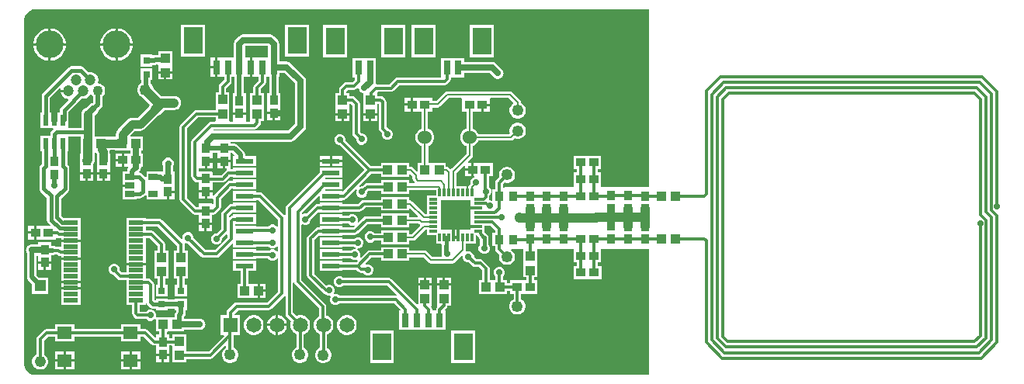
<source format=gbr>
%TF.GenerationSoftware,Altium Limited,Altium Designer,23.9.2 (47)*%
G04 Layer_Physical_Order=1*
G04 Layer_Color=255*
%FSLAX45Y45*%
%MOMM*%
%TF.SameCoordinates,CBF7E160-FA54-4A09-933F-9C1B5268631E*%
%TF.FilePolarity,Positive*%
%TF.FileFunction,Copper,L1,Top,Signal*%
%TF.Part,Single*%
G01*
G75*
%TA.AperFunction,SMDPad,CuDef*%
%ADD10R,1.60000X1.40000*%
%ADD11R,0.60000X1.20000*%
%ADD12R,1.00000X0.66000*%
%ADD13R,1.60000X0.50000*%
%ADD14R,1.95000X0.60000*%
%ADD15R,1.00000X1.00000*%
%ADD16R,0.30000X0.85000*%
%ADD17R,0.85000X0.30000*%
%ADD18R,3.25000X3.25000*%
%ADD19C,1.25000*%
%TA.AperFunction,ConnectorPad*%
%ADD20R,0.80000X1.60000*%
%ADD21R,2.10000X3.00000*%
%TA.AperFunction,SMDPad,CuDef*%
%ADD22R,0.80000X1.60000*%
%ADD23R,2.10000X3.00000*%
%ADD24R,0.80000X1.60000*%
%ADD25R,2.10000X3.00000*%
%ADD26R,0.80000X0.80000*%
%ADD27R,0.92000X0.98000*%
%ADD28R,1.02000X0.98000*%
%ADD29R,0.95000X1.10000*%
%ADD30R,1.10000X0.95000*%
%ADD31R,1.00000X1.00000*%
%TA.AperFunction,Conductor*%
%ADD32C,0.38100*%
%ADD33C,0.50000*%
%ADD34C,1.00000*%
%ADD35C,0.60000*%
%ADD36C,0.40000*%
%ADD37C,0.70000*%
%ADD38C,0.90000*%
%ADD39C,0.30000*%
%ADD40C,0.20000*%
%TA.AperFunction,ComponentPad*%
%ADD41C,1.10000*%
%ADD42C,1.20000*%
%ADD43C,3.03000*%
%ADD44C,1.52400*%
%ADD45C,1.65000*%
%ADD46R,1.65000X1.65000*%
%ADD47R,1.23800X1.23800*%
%ADD48C,1.23800*%
%TA.AperFunction,ViaPad*%
%ADD49C,0.70000*%
G36*
X6390000Y9351000D02*
X6390000Y9351000D01*
X13083000D01*
Y9178000D01*
Y7410697D01*
X12560118D01*
X12559400Y7423100D01*
X12559400D01*
Y7568900D01*
X12521191D01*
Y7606100D01*
X12560400D01*
Y7751900D01*
X12259600D01*
Y7606100D01*
X12297809D01*
Y7568900D01*
X12258600D01*
Y7423100D01*
X12258600D01*
X12257882Y7410697D01*
X11516400D01*
X11506489Y7408726D01*
X11498891Y7403649D01*
X11494630Y7404582D01*
X11486191Y7408168D01*
Y7440525D01*
X11504922Y7459255D01*
X11520428Y7455100D01*
X11543572D01*
X11565928Y7461090D01*
X11585972Y7472662D01*
X11602337Y7489028D01*
X11613910Y7509072D01*
X11619900Y7531428D01*
Y7554572D01*
X11613910Y7576928D01*
X11602337Y7596972D01*
X11585972Y7613337D01*
X11565928Y7624910D01*
X11543572Y7630900D01*
X11520428D01*
X11498072Y7624910D01*
X11478028Y7613337D01*
X11461663Y7596972D01*
X11450090Y7576928D01*
X11444100Y7554572D01*
Y7531428D01*
X11447584Y7518424D01*
X11415873Y7486713D01*
X11406944Y7473350D01*
X11403809Y7457587D01*
Y7386400D01*
X11373600D01*
Y7269531D01*
X11363040Y7262475D01*
X11355014Y7265800D01*
X11342632D01*
X11335844Y7278500D01*
X11338056Y7281810D01*
X11341191Y7297573D01*
Y7319773D01*
X11351205Y7329786D01*
X11360400Y7351986D01*
Y7376014D01*
X11351205Y7398214D01*
X11339191Y7410227D01*
Y7529100D01*
X11376400D01*
Y7674900D01*
X11168700D01*
Y7602000D01*
Y7529100D01*
X11176217D01*
X11178743Y7516400D01*
X11163786Y7510205D01*
X11146795Y7493214D01*
X11137600Y7471014D01*
Y7449644D01*
X11124478Y7436522D01*
X11116654Y7424812D01*
X11115279Y7417900D01*
X11109595D01*
Y7350000D01*
X11090406D01*
Y7417900D01*
X10986094D01*
Y7565050D01*
X11063867Y7642823D01*
X11075600Y7637963D01*
Y7614700D01*
X11143300D01*
Y7674900D01*
X11112538D01*
X11107677Y7686633D01*
X11152522Y7731478D01*
X11160346Y7743188D01*
X11163093Y7757000D01*
Y7859023D01*
X11164216Y7859324D01*
X11187384Y7872700D01*
X11206300Y7891616D01*
X11219676Y7914784D01*
X11220513Y7917907D01*
X11579000D01*
X11592812Y7920654D01*
X11604522Y7928478D01*
X11618487Y7942443D01*
X11638428Y7937100D01*
X11661572D01*
X11683928Y7943090D01*
X11703972Y7954663D01*
X11720337Y7971028D01*
X11731910Y7991072D01*
X11737900Y8013428D01*
Y8036572D01*
X11731910Y8058928D01*
X11720337Y8078972D01*
X11703972Y8095337D01*
X11683928Y8106910D01*
X11661572Y8112900D01*
X11638428D01*
X11616072Y8106910D01*
X11596028Y8095337D01*
X11579663Y8078972D01*
X11568090Y8058928D01*
X11562100Y8036572D01*
Y8013428D01*
X11565062Y8002374D01*
X11555258Y7990093D01*
X11220513D01*
X11219676Y7993216D01*
X11206300Y8016384D01*
X11187384Y8035300D01*
X11164216Y8048676D01*
X11161094Y8049513D01*
Y8234100D01*
X11252300D01*
Y8306999D01*
X11265000D01*
Y8319699D01*
X11345400D01*
Y8379900D01*
X11357269Y8381907D01*
X11548050D01*
X11599804Y8330152D01*
X11598146Y8317560D01*
X11596028Y8316337D01*
X11579663Y8299972D01*
X11568090Y8279928D01*
X11562100Y8257572D01*
Y8234428D01*
X11568090Y8212072D01*
X11579663Y8192028D01*
X11596028Y8175663D01*
X11616072Y8164090D01*
X11638428Y8158100D01*
X11661572D01*
X11683928Y8164090D01*
X11703972Y8175663D01*
X11720337Y8192028D01*
X11731910Y8212072D01*
X11737900Y8234428D01*
Y8257572D01*
X11731910Y8279928D01*
X11720337Y8299972D01*
X11703972Y8316337D01*
X11686093Y8326659D01*
Y8331000D01*
X11683346Y8344812D01*
X11675522Y8356522D01*
X11588522Y8443522D01*
X11576813Y8451346D01*
X11563000Y8454093D01*
X10881000D01*
X10867188Y8451346D01*
X10855478Y8443522D01*
X10762021Y8350065D01*
X10718400D01*
Y8382900D01*
X10510700D01*
Y8310000D01*
Y8237100D01*
X10600907D01*
Y8049513D01*
X10597784Y8048676D01*
X10574616Y8035300D01*
X10555700Y8016384D01*
X10542324Y7993216D01*
X10535400Y7967376D01*
Y7940624D01*
X10542324Y7914784D01*
X10555700Y7891616D01*
X10574616Y7872700D01*
X10597784Y7859324D01*
X10602907Y7857951D01*
Y7672400D01*
X10562100D01*
Y7585537D01*
X10550367Y7580677D01*
X10509522Y7621522D01*
X10497812Y7629346D01*
X10484000Y7632093D01*
X10462900D01*
Y7671400D01*
X10320600D01*
X10312100Y7671400D01*
X10299400Y7671400D01*
X10157100D01*
Y7637191D01*
X10053062D01*
X9770400Y7919853D01*
Y7938014D01*
X9761205Y7960214D01*
X9744214Y7977205D01*
X9722014Y7986400D01*
X9697986D01*
X9675786Y7977205D01*
X9658795Y7960214D01*
X9649600Y7938014D01*
Y7913986D01*
X9658795Y7891786D01*
X9675786Y7874795D01*
X9697986Y7865600D01*
X9708146D01*
X9977746Y7596000D01*
X9743620Y7361874D01*
X9733900Y7365900D01*
Y7365900D01*
X9557811D01*
X9551280Y7378600D01*
X9553783Y7382100D01*
X9733900D01*
Y7492900D01*
X9557811D01*
X9551280Y7505600D01*
X9553783Y7509100D01*
X9733900D01*
Y7619900D01*
X9488100D01*
Y7567354D01*
X9128873Y7208127D01*
X9119944Y7194764D01*
X9116809Y7179000D01*
Y7112000D01*
X9112031Y7108926D01*
X9104109Y7107145D01*
X8871627Y7339627D01*
X8858263Y7348556D01*
X8842500Y7351691D01*
X8793900D01*
Y7365900D01*
X8548100D01*
Y7255100D01*
X8793900D01*
Y7269309D01*
X8825438D01*
X9035808Y7058938D01*
Y6982689D01*
X9023108Y6978310D01*
X9009214Y6992205D01*
X8987014Y7001400D01*
X8962986D01*
X8940786Y6992205D01*
X8925023Y6976441D01*
X8793900D01*
Y6984900D01*
X8565191D01*
Y7001100D01*
X8793900D01*
Y7111900D01*
X8548100D01*
Y7097691D01*
X8545500D01*
X8529737Y7094556D01*
X8516373Y7085627D01*
X8512060Y7081314D01*
X8500059Y7086021D01*
X8499025Y7095772D01*
X8535400Y7132146D01*
X8548100Y7128100D01*
Y7128100D01*
X8793900D01*
Y7238900D01*
X8548100D01*
Y7224691D01*
X8528500D01*
X8512737Y7221556D01*
X8499373Y7212627D01*
X8427873Y7141127D01*
X8418944Y7127763D01*
X8415809Y7112000D01*
Y6956062D01*
X8367147Y6907400D01*
X8352986D01*
X8330786Y6898205D01*
X8313795Y6881214D01*
X8304600Y6859014D01*
Y6834986D01*
X8313795Y6812786D01*
X8330786Y6795795D01*
X8352986Y6786600D01*
X8377014D01*
X8399214Y6795795D01*
X8416205Y6812786D01*
X8425400Y6834986D01*
Y6849147D01*
X8471075Y6894822D01*
X8482809Y6889962D01*
Y6859062D01*
X8347938Y6724192D01*
X8245062D01*
X8114400Y6854853D01*
Y6869014D01*
X8105205Y6891214D01*
X8088214Y6908205D01*
X8066014Y6917400D01*
X8041986D01*
X8019786Y6908205D01*
X8002795Y6891214D01*
X7993600Y6869014D01*
Y6848614D01*
X7982738Y6842580D01*
X7981867Y6842387D01*
X7772627Y7051627D01*
X7759263Y7060556D01*
X7743500Y7063691D01*
X7592400D01*
Y7072900D01*
X7381600D01*
Y6972100D01*
Y6907100D01*
Y6842100D01*
Y6777100D01*
Y6712100D01*
Y6647100D01*
Y6582100D01*
Y6580200D01*
X7487000D01*
X7592400D01*
Y6582100D01*
Y6647100D01*
Y6712100D01*
Y6777100D01*
Y6851309D01*
X7641438D01*
X7723809Y6768938D01*
Y6717900D01*
X7689600D01*
Y6575600D01*
X7689600Y6567100D01*
X7689600Y6554400D01*
Y6412100D01*
X7725809D01*
Y6345400D01*
X7701600D01*
Y6214600D01*
X7832400D01*
Y6345400D01*
X7808191D01*
Y6412100D01*
X7840400D01*
Y6554400D01*
X7840400Y6562900D01*
X7840400Y6575600D01*
Y6717900D01*
X7806191D01*
Y6786000D01*
X7803056Y6801763D01*
X7794127Y6815127D01*
X7687626Y6921627D01*
X7674263Y6930556D01*
X7658500Y6933691D01*
X7592400D01*
Y6981309D01*
X7726438D01*
X7936809Y6770938D01*
Y6718900D01*
X7902600D01*
Y6576600D01*
X7902600Y6568100D01*
X7902600Y6555400D01*
Y6413100D01*
X7936721D01*
Y6346400D01*
X7912426D01*
Y6215600D01*
X8043225D01*
Y6346400D01*
X8019104D01*
Y6413100D01*
X8053400D01*
Y6555400D01*
X8053400Y6563900D01*
X8053400Y6576600D01*
Y6718900D01*
X8019191D01*
Y6788000D01*
X8018260Y6792681D01*
X8029392Y6801816D01*
X8041986Y6796600D01*
X8056146D01*
X8198873Y6653873D01*
X8212237Y6644944D01*
X8228000Y6641809D01*
X8365000D01*
X8380763Y6644944D01*
X8394127Y6653873D01*
X8536367Y6796113D01*
X8548100Y6791253D01*
Y6747100D01*
X8793900D01*
Y6762059D01*
X8931523D01*
X8940786Y6752795D01*
X8962986Y6743600D01*
X8987014D01*
X9009214Y6752795D01*
X9023108Y6766690D01*
X9035808Y6762311D01*
Y6709204D01*
X9028199Y6705932D01*
X9023108Y6705310D01*
X9007214Y6721205D01*
X8985014Y6730400D01*
X8960986D01*
X8938786Y6721205D01*
X8931523Y6713942D01*
X8793900D01*
Y6730900D01*
X8548100D01*
Y6620100D01*
X8793900D01*
Y6631559D01*
X8926023D01*
X8938786Y6618795D01*
X8960986Y6609600D01*
X8985014D01*
X9007214Y6618795D01*
X9023108Y6634690D01*
X9028199Y6634069D01*
X9035808Y6630796D01*
Y6270062D01*
X8916938Y6151191D01*
X8584000D01*
X8568237Y6148056D01*
X8554873Y6139127D01*
X8486873Y6071127D01*
X8477944Y6057763D01*
X8474809Y6042000D01*
Y6013900D01*
X8408100D01*
Y5798100D01*
X8445711D01*
X8450571Y5786367D01*
X8279896Y5615692D01*
X8043805D01*
X8034825Y5624672D01*
X8034825Y5649900D01*
X8034825Y5662600D01*
Y5804900D01*
X7884025D01*
Y5763191D01*
X7851900D01*
Y5802400D01*
X7820191D01*
Y5829045D01*
X7829172Y5838025D01*
X7854900Y5838025D01*
X7867600Y5838025D01*
X8009900D01*
Y5851842D01*
X8181425D01*
X8190264Y5853600D01*
X8194014D01*
X8197479Y5855035D01*
X8204992Y5856530D01*
X8211361Y5860786D01*
X8216214Y5862795D01*
X8219927Y5866509D01*
X8224971Y5869879D01*
X8225546Y5870454D01*
X8228916Y5875498D01*
X8233205Y5879786D01*
X8235526Y5885390D01*
X8238895Y5890433D01*
X8240079Y5896382D01*
X8242400Y5901986D01*
Y5908051D01*
X8243583Y5914000D01*
X8242400Y5919949D01*
Y5926014D01*
X8240079Y5931618D01*
X8238895Y5937567D01*
X8235526Y5942610D01*
X8233205Y5948214D01*
X8228916Y5952502D01*
X8225546Y5957546D01*
X8220502Y5960916D01*
X8216214Y5965205D01*
X8210610Y5967526D01*
X8205567Y5970896D01*
X8199618Y5972079D01*
X8194014Y5974400D01*
X8187949D01*
X8182000Y5975583D01*
X8179110Y5975009D01*
X8010887D01*
Y5991215D01*
X8014162Y5994489D01*
X8025301Y6011160D01*
X8029213Y6030825D01*
Y6065600D01*
X8043225D01*
Y6196400D01*
X7912426D01*
Y6181887D01*
X7832400D01*
Y6195400D01*
X7701600D01*
Y6176289D01*
X7687191D01*
Y6348000D01*
X7684056Y6363763D01*
X7675127Y6377127D01*
X7650627Y6401627D01*
X7637263Y6410556D01*
X7621500Y6413692D01*
X7592400D01*
Y6517100D01*
Y6554800D01*
X7487000D01*
X7381600D01*
Y6478691D01*
X7332737D01*
X7308400Y6503028D01*
Y6527014D01*
X7299205Y6549214D01*
X7282214Y6566205D01*
X7260014Y6575400D01*
X7235986D01*
X7213786Y6566205D01*
X7196795Y6549214D01*
X7187600Y6527014D01*
Y6502986D01*
X7196795Y6480786D01*
X7213786Y6463795D01*
X7235986Y6454600D01*
X7240573D01*
X7246368Y6448804D01*
X7246873Y6448048D01*
X7286548Y6408373D01*
X7299912Y6399444D01*
X7315675Y6396309D01*
X7381600D01*
Y6322100D01*
Y6257100D01*
Y6192100D01*
Y6127100D01*
X7445809D01*
Y6028574D01*
X7448944Y6012810D01*
X7457873Y5999447D01*
X7475447Y5981873D01*
X7488811Y5972944D01*
X7504574Y5969808D01*
X7599773D01*
X7609786Y5959795D01*
X7631986Y5950600D01*
X7656014D01*
X7678214Y5959795D01*
X7691400Y5972981D01*
X7704100Y5967721D01*
Y5838025D01*
X7737808D01*
Y5802400D01*
X7706100D01*
Y5777114D01*
X7693400Y5771854D01*
X7617126Y5848127D01*
X7603763Y5857056D01*
X7588000Y5860191D01*
X7535400D01*
Y5914400D01*
X7324600D01*
Y5860191D01*
X6815400D01*
Y5914400D01*
X6604600D01*
Y5860191D01*
X6511000D01*
X6495237Y5857056D01*
X6481873Y5848127D01*
X6412873Y5779127D01*
X6403944Y5765763D01*
X6400809Y5750000D01*
Y5582424D01*
X6388397Y5575258D01*
X6372143Y5559004D01*
X6360649Y5539097D01*
X6354700Y5516893D01*
Y5493907D01*
X6360649Y5471704D01*
X6372143Y5451797D01*
X6388397Y5435543D01*
X6408303Y5424049D01*
X6430507Y5418100D01*
X6453493D01*
X6475697Y5424049D01*
X6495603Y5435543D01*
X6511857Y5451797D01*
X6523351Y5471704D01*
X6529300Y5493907D01*
Y5516893D01*
X6523351Y5539097D01*
X6511857Y5559004D01*
X6495603Y5575258D01*
X6483192Y5582424D01*
Y5732938D01*
X6528062Y5777809D01*
X6604600D01*
Y5723600D01*
X6815400D01*
Y5777809D01*
X7324600D01*
Y5723600D01*
X7535400D01*
Y5777809D01*
X7570938D01*
X7655873Y5692873D01*
X7669237Y5683944D01*
X7685000Y5680808D01*
X7706100D01*
Y5641600D01*
Y5594699D01*
X7779000D01*
X7851900D01*
Y5641600D01*
Y5680808D01*
X7875044D01*
X7884025Y5671828D01*
X7884025Y5654100D01*
X7884025Y5641400D01*
Y5499100D01*
X8034825D01*
Y5533309D01*
X8296958D01*
X8312721Y5536444D01*
X8326085Y5545373D01*
X8460075Y5679364D01*
X8471809Y5674504D01*
Y5657716D01*
X8459028Y5650337D01*
X8442663Y5633972D01*
X8431090Y5613928D01*
X8425100Y5591572D01*
Y5568428D01*
X8431090Y5546072D01*
X8442663Y5526028D01*
X8459028Y5509663D01*
X8479072Y5498090D01*
X8501428Y5492100D01*
X8524572D01*
X8546928Y5498090D01*
X8566972Y5509663D01*
X8583337Y5526028D01*
X8594910Y5546072D01*
X8600900Y5568428D01*
Y5591572D01*
X8594910Y5613928D01*
X8583337Y5633972D01*
X8566972Y5650337D01*
X8554191Y5657716D01*
Y5798100D01*
X8623900D01*
Y6013900D01*
X8561204D01*
X8558853Y6026600D01*
X8601062Y6068809D01*
X8934000D01*
X8949763Y6071944D01*
X8963127Y6080873D01*
X9104109Y6221855D01*
X9112030Y6220075D01*
X9116809Y6217001D01*
Y6026000D01*
X9119944Y6010237D01*
X9128873Y5996873D01*
X9177689Y5948057D01*
X9177453Y5947648D01*
X9170100Y5920205D01*
Y5891795D01*
X9177453Y5864352D01*
X9191659Y5839748D01*
X9211748Y5819659D01*
X9235809Y5805767D01*
Y5658293D01*
X9222028Y5650337D01*
X9205663Y5633972D01*
X9194090Y5613928D01*
X9188100Y5591572D01*
Y5568428D01*
X9194090Y5546072D01*
X9205663Y5526028D01*
X9222028Y5509663D01*
X9242072Y5498090D01*
X9264428Y5492100D01*
X9287572D01*
X9309928Y5498090D01*
X9329972Y5509663D01*
X9346337Y5526028D01*
X9357910Y5546072D01*
X9363900Y5568428D01*
Y5591572D01*
X9357910Y5613928D01*
X9346337Y5633972D01*
X9329972Y5650337D01*
X9318191Y5657139D01*
Y5805063D01*
X9319648Y5805453D01*
X9344252Y5819659D01*
X9364341Y5839748D01*
X9378547Y5864352D01*
X9385900Y5891795D01*
Y5920205D01*
X9378547Y5947648D01*
X9364341Y5972252D01*
X9344252Y5992342D01*
X9319648Y6006547D01*
X9292205Y6013900D01*
X9263795D01*
X9236352Y6006547D01*
X9235943Y6006311D01*
X9199191Y6043062D01*
Y6365278D01*
X9211891Y6366529D01*
X9212944Y6361237D01*
X9221873Y6347873D01*
X9480809Y6088938D01*
Y6001037D01*
X9465748Y5992342D01*
X9445659Y5972252D01*
X9431453Y5947648D01*
X9424100Y5920205D01*
Y5891795D01*
X9431453Y5864352D01*
X9445659Y5839748D01*
X9465748Y5819659D01*
X9489809Y5805767D01*
Y5655293D01*
X9476028Y5647337D01*
X9459663Y5630972D01*
X9448090Y5610928D01*
X9442100Y5588572D01*
Y5565428D01*
X9448090Y5543072D01*
X9459663Y5523028D01*
X9476028Y5506663D01*
X9496072Y5495090D01*
X9518428Y5489100D01*
X9541572D01*
X9563928Y5495090D01*
X9583972Y5506663D01*
X9600337Y5523028D01*
X9611910Y5543072D01*
X9617900Y5565428D01*
Y5588572D01*
X9611910Y5610928D01*
X9600337Y5630972D01*
X9583972Y5647337D01*
X9572191Y5654139D01*
Y5805063D01*
X9573648Y5805453D01*
X9598252Y5819659D01*
X9618341Y5839748D01*
X9632547Y5864352D01*
X9639900Y5891795D01*
Y5920205D01*
X9632547Y5947648D01*
X9618341Y5972252D01*
X9598252Y5992342D01*
X9573648Y6006547D01*
X9563191Y6009349D01*
Y6106000D01*
X9560056Y6121763D01*
X9551127Y6135127D01*
X9292191Y6394062D01*
Y6998797D01*
X9304892Y7006266D01*
X9320986Y6999600D01*
X9345014D01*
X9367214Y7008795D01*
X9384204Y7025786D01*
X9393400Y7047986D01*
Y7053146D01*
X9475400Y7135147D01*
X9488100Y7129886D01*
Y7128100D01*
X9733900D01*
Y7142309D01*
X9926500D01*
X9942263Y7145444D01*
X9955627Y7154373D01*
X9989062Y7187808D01*
X10157100D01*
Y7153600D01*
X10299400D01*
X10307900Y7153600D01*
X10320600Y7153600D01*
X10462900D01*
Y7174463D01*
X10474633Y7179323D01*
X10560130Y7093827D01*
X10555269Y7082093D01*
X10462900D01*
Y7121400D01*
X10320600D01*
X10312100Y7121400D01*
X10299400Y7121400D01*
X10157100D01*
Y7091192D01*
X9997000D01*
X9981237Y7088056D01*
X9967873Y7079127D01*
X9915075Y7026329D01*
X9904309Y7033523D01*
X9907400Y7040986D01*
Y7065014D01*
X9898205Y7087214D01*
X9881214Y7104205D01*
X9859014Y7113400D01*
X9834986D01*
X9812786Y7104205D01*
X9804523Y7095942D01*
X9733900D01*
Y7111900D01*
X9488100D01*
Y7001100D01*
X9733900D01*
Y7013559D01*
X9801023D01*
X9812786Y7001795D01*
X9834986Y6992600D01*
X9859014D01*
X9866478Y6995692D01*
X9873671Y6984925D01*
X9859438Y6970691D01*
X9733900D01*
Y6984900D01*
X9488100D01*
Y6970691D01*
X9471500D01*
X9455737Y6967556D01*
X9442373Y6958627D01*
X9362873Y6879127D01*
X9353944Y6865763D01*
X9350809Y6850000D01*
Y6447000D01*
X9353944Y6431237D01*
X9362873Y6417873D01*
X9526873Y6253873D01*
X9540237Y6244944D01*
X9548227Y6243355D01*
X9559786Y6231795D01*
X9581986Y6222600D01*
X9604155D01*
X9605329Y6221700D01*
X9608978Y6217270D01*
X9612227Y6211427D01*
X9604600Y6193014D01*
Y6168986D01*
X9613795Y6146786D01*
X9630786Y6129795D01*
X9652986Y6120600D01*
X9677014D01*
X9699214Y6129795D01*
X9709227Y6139809D01*
X10303938D01*
X10368613Y6075133D01*
X10363753Y6063400D01*
X10359100D01*
Y5852600D01*
X10864900D01*
Y6063400D01*
X10862247D01*
X10857386Y6075133D01*
X10872127Y6089873D01*
X10881056Y6103237D01*
X10883615Y6116100D01*
X10919400D01*
Y6258400D01*
X10919400Y6266900D01*
X10919400Y6279600D01*
Y6333800D01*
X10768600D01*
Y6279600D01*
X10768600Y6271100D01*
X10768600Y6258400D01*
Y6116100D01*
X10768600Y6116100D01*
X10769554Y6103400D01*
X10761445Y6091264D01*
X10758309Y6075500D01*
Y6063400D01*
X10716191D01*
Y6078000D01*
X10713056Y6093763D01*
X10705949Y6104400D01*
X10710320Y6117100D01*
X10714400D01*
Y6259400D01*
X10714400Y6267900D01*
X10714400Y6280600D01*
Y6334800D01*
X10563600D01*
Y6280600D01*
X10563600Y6272100D01*
X10563600Y6259400D01*
Y6134614D01*
X10550900Y6129354D01*
X10274127Y6406127D01*
X10260763Y6415056D01*
X10245000Y6418191D01*
X9750227D01*
X9740214Y6428205D01*
X9718014Y6437400D01*
X9693986D01*
X9671786Y6428205D01*
X9654795Y6411214D01*
X9645600Y6389014D01*
Y6364986D01*
X9654795Y6342786D01*
X9671786Y6325795D01*
X9693986Y6316600D01*
X9718014D01*
X9740214Y6325795D01*
X9750227Y6335809D01*
X10227938D01*
X10330495Y6233252D01*
X10324239Y6221547D01*
X10321000Y6222192D01*
X9709227D01*
X9699214Y6232205D01*
X9677014Y6241400D01*
X9654846D01*
X9653671Y6242300D01*
X9650022Y6246730D01*
X9646773Y6252573D01*
X9654400Y6270986D01*
Y6295014D01*
X9645205Y6317214D01*
X9628214Y6334205D01*
X9606014Y6343400D01*
X9581986D01*
X9562093Y6335160D01*
X9433191Y6464062D01*
Y6832938D01*
X9478380Y6878126D01*
X9488100Y6874100D01*
Y6874100D01*
X9733900D01*
Y6888309D01*
X9876500D01*
X9892263Y6891444D01*
X9905627Y6900373D01*
X10014062Y7008809D01*
X10157100D01*
Y6970600D01*
X10299400D01*
X10307900Y6970600D01*
X10320600Y6970600D01*
X10462900D01*
Y7009906D01*
X10571049D01*
X10576478Y7004478D01*
X10580671Y7001676D01*
X10582732Y6985776D01*
X10496049Y6899093D01*
X10463900D01*
Y6938400D01*
X10321600D01*
X10313100Y6938400D01*
X10300400Y6938400D01*
X10158100D01*
Y6907191D01*
X10084227D01*
X10074214Y6917205D01*
X10052014Y6926400D01*
X10027986D01*
X10005786Y6917205D01*
X9988795Y6900214D01*
X9979600Y6878014D01*
Y6853986D01*
X9988795Y6831786D01*
X10005786Y6814795D01*
X10027986Y6805600D01*
X10052014D01*
X10074214Y6814795D01*
X10084227Y6824809D01*
X10158100D01*
Y6787600D01*
X10300400D01*
X10308900Y6787600D01*
X10321600Y6787600D01*
X10463900D01*
Y6826906D01*
X10511000D01*
X10524812Y6829654D01*
X10536521Y6837478D01*
X10642950Y6943906D01*
X10662100D01*
Y6889600D01*
X10759600D01*
Y6792100D01*
X10815642D01*
X10816266Y6791788D01*
X10825079Y6779399D01*
X10822613Y6767000D01*
X10822786Y6766129D01*
Y6708534D01*
X10817600Y6696014D01*
Y6671986D01*
X10821573Y6662394D01*
X10813087Y6649693D01*
X10715981D01*
X10660152Y6705522D01*
X10648443Y6713346D01*
X10634630Y6716093D01*
X10463900D01*
Y6755400D01*
X10321600D01*
X10313100Y6755400D01*
X10300400Y6755400D01*
X10158100D01*
Y6721191D01*
X10036000D01*
X10020236Y6718056D01*
X10006873Y6709127D01*
X9942661Y6644915D01*
X9931895Y6652109D01*
X9936400Y6662986D01*
Y6687014D01*
X9927205Y6709214D01*
X9910214Y6726205D01*
X9901292Y6729900D01*
X9903819Y6742600D01*
X9921014D01*
X9943214Y6751795D01*
X9960205Y6768786D01*
X9969400Y6790986D01*
Y6815014D01*
X9960205Y6837214D01*
X9943214Y6854205D01*
X9921014Y6863400D01*
X9896986D01*
X9874786Y6854205D01*
X9864523Y6843942D01*
X9733900D01*
Y6857900D01*
X9488100D01*
Y6747100D01*
X9733900D01*
Y6761559D01*
X9865023D01*
X9874786Y6751795D01*
X9883708Y6748100D01*
X9881181Y6735400D01*
X9863986D01*
X9841786Y6726205D01*
X9832023Y6716441D01*
X9733900D01*
Y6730900D01*
X9488100D01*
Y6620100D01*
X9733900D01*
Y6634059D01*
X9831523D01*
X9841786Y6623795D01*
X9863986Y6614600D01*
X9888014D01*
X9898892Y6619106D01*
X9906086Y6608339D01*
X9887438Y6589691D01*
X9733900D01*
Y6603900D01*
X9488100D01*
Y6493100D01*
X9733900D01*
Y6507309D01*
X9887438D01*
X9909220Y6485527D01*
X9922583Y6476598D01*
X9938346Y6473462D01*
X9962516D01*
X9962795Y6472786D01*
X9979786Y6455795D01*
X10001986Y6446600D01*
X10026014D01*
X10048214Y6455795D01*
X10065205Y6472786D01*
X10074400Y6494986D01*
Y6519014D01*
X10065205Y6541214D01*
X10048214Y6558205D01*
X10026014Y6567400D01*
X10001986D01*
X9997936Y6565722D01*
X9990743Y6576489D01*
X10053062Y6638808D01*
X10158100D01*
Y6604600D01*
X10300400D01*
X10308900Y6604600D01*
X10321600Y6604600D01*
X10463900D01*
Y6643906D01*
X10619680D01*
X10675508Y6588078D01*
X10687218Y6580254D01*
X10701030Y6577507D01*
X10939600D01*
X10953412Y6580254D01*
X10965122Y6588078D01*
X11040867Y6663823D01*
X11042440Y6663446D01*
X11052600Y6657596D01*
Y6636986D01*
X11061796Y6614786D01*
X11078786Y6597795D01*
X11100986Y6588600D01*
X11115147D01*
X11152200Y6551546D01*
X11165564Y6542617D01*
X11181327Y6539482D01*
X11225265D01*
X11261809Y6502938D01*
Y6395400D01*
X11229100D01*
Y6244600D01*
X11371400D01*
X11379900Y6244600D01*
X11392600Y6244600D01*
X11534900D01*
Y6278883D01*
X11565600D01*
Y6247175D01*
X11604809D01*
Y6186716D01*
X11592028Y6179337D01*
X11575663Y6162972D01*
X11564090Y6142928D01*
X11558100Y6120572D01*
Y6097428D01*
X11564090Y6075072D01*
X11575663Y6055028D01*
X11592028Y6038663D01*
X11612072Y6027090D01*
X11634428Y6021100D01*
X11657572D01*
X11679928Y6027090D01*
X11699972Y6038663D01*
X11716338Y6055028D01*
X11727910Y6075072D01*
X11733900Y6097428D01*
Y6120572D01*
X11727910Y6142928D01*
X11716338Y6162972D01*
X11699972Y6179337D01*
X11687192Y6186716D01*
Y6247175D01*
X11866400D01*
Y6392975D01*
X11825191D01*
Y6425600D01*
X11859400D01*
Y6567900D01*
X11859400Y6576400D01*
X11859400Y6589100D01*
Y6731400D01*
X11869324Y6738102D01*
X12249055D01*
X12259600Y6732900D01*
Y6587100D01*
X12298809D01*
Y6549900D01*
X12260600D01*
Y6404100D01*
X12561400D01*
Y6549900D01*
X12522191D01*
Y6587100D01*
X12560400D01*
Y6732900D01*
X12570945Y6738102D01*
X13083000D01*
Y5634000D01*
Y5361037D01*
X6390999Y5361000D01*
X6379082Y5360999D01*
X6355705Y5365649D01*
X6333684Y5374770D01*
X6313866Y5388012D01*
X6297012Y5404866D01*
X6283770Y5424684D01*
X6274649Y5446705D01*
X6269999Y5470082D01*
X6270000Y5482000D01*
Y9231000D01*
X6269999Y9242819D01*
X6274609Y9266003D01*
X6283655Y9287842D01*
X6296787Y9307497D01*
X6313502Y9324212D01*
X6333157Y9337345D01*
X6354996Y9346390D01*
X6378180Y9351000D01*
X6390000Y9351000D01*
D02*
G37*
G36*
X11044600Y8379900D02*
Y8234100D01*
X11088907D01*
Y8049513D01*
X11085784Y8048676D01*
X11062616Y8035300D01*
X11043700Y8016384D01*
X11030324Y7993216D01*
X11023400Y7967376D01*
Y7940624D01*
X11030324Y7914784D01*
X11043700Y7891616D01*
X11062616Y7872700D01*
X11085784Y7859324D01*
X11090907Y7857951D01*
Y7771950D01*
X10930481Y7611524D01*
X10913753Y7610291D01*
X10901522Y7622522D01*
X10889812Y7630346D01*
X10876000Y7633093D01*
X10867900D01*
Y7672400D01*
X10717100D01*
Y7672400D01*
X10712899D01*
Y7672400D01*
X10675093D01*
Y7859023D01*
X10676216Y7859324D01*
X10699384Y7872700D01*
X10718300Y7891616D01*
X10731676Y7914784D01*
X10738600Y7940624D01*
Y7967376D01*
X10731676Y7993216D01*
X10718300Y8016384D01*
X10699384Y8035300D01*
X10676216Y8048676D01*
X10673093Y8049513D01*
Y8237100D01*
X10718400D01*
Y8277878D01*
X10776971D01*
X10790783Y8280625D01*
X10802493Y8288449D01*
X10895950Y8381907D01*
X11032731D01*
X11044600Y8379900D01*
D02*
G37*
G36*
X10157100Y7520600D02*
X10299400D01*
X10307900Y7520600D01*
X10320600Y7520600D01*
X10462900D01*
Y7548096D01*
X10475600Y7553356D01*
X10501907Y7527049D01*
Y7504000D01*
X10504654Y7490188D01*
X10512478Y7478478D01*
X10528163Y7462793D01*
X10522902Y7450093D01*
X10463900D01*
Y7489400D01*
X10321600D01*
X10313100Y7489400D01*
X10300400Y7489400D01*
X10158100D01*
Y7455191D01*
X10009000D01*
X9993237Y7452056D01*
X9979873Y7443127D01*
X9954146Y7417400D01*
X9939986D01*
X9929108Y7412894D01*
X9921914Y7423661D01*
X10053062Y7554808D01*
X10157100D01*
Y7520600D01*
D02*
G37*
G36*
X9896105Y7379892D02*
X9891600Y7369014D01*
Y7344986D01*
X9900795Y7322786D01*
X9917786Y7305795D01*
X9939986Y7296600D01*
X9964014D01*
X9986214Y7305795D01*
X10003205Y7322786D01*
X10012400Y7344986D01*
Y7359147D01*
X10026062Y7372808D01*
X10158100D01*
Y7338600D01*
X10300400D01*
X10308900Y7338600D01*
X10321600Y7338600D01*
X10463900D01*
Y7377907D01*
X10759600D01*
Y7320400D01*
X10662100D01*
Y7239600D01*
Y7116093D01*
X10639951D01*
X10501522Y7254522D01*
X10489813Y7262346D01*
X10476000Y7265093D01*
X10462900D01*
Y7304400D01*
X10320600D01*
X10312100Y7304400D01*
X10299400Y7304400D01*
X10157100D01*
Y7270191D01*
X9972000D01*
X9956236Y7267056D01*
X9942873Y7258126D01*
X9909438Y7224691D01*
X9733900D01*
Y7238900D01*
X9488100D01*
Y7224691D01*
X9465500D01*
X9449737Y7221556D01*
X9436373Y7212627D01*
X9344147Y7120400D01*
X9320986D01*
X9309817Y7115774D01*
X9297611Y7123046D01*
X9296677Y7132424D01*
X9476367Y7312114D01*
X9488100Y7307253D01*
Y7255100D01*
X9733900D01*
Y7269309D01*
X9750500D01*
X9766263Y7272444D01*
X9779627Y7281373D01*
X9885339Y7387086D01*
X9896105Y7379892D01*
D02*
G37*
G36*
X11403809Y6935938D02*
Y6914400D01*
X11373600D01*
Y6765600D01*
X11403809D01*
Y6737000D01*
X11406944Y6721237D01*
X11415873Y6707873D01*
X11448920Y6674827D01*
X11445100Y6660572D01*
Y6637428D01*
X11451090Y6615072D01*
X11462663Y6595028D01*
X11479028Y6578662D01*
X11499072Y6567090D01*
X11521428Y6561100D01*
X11544572D01*
X11566928Y6567090D01*
X11586972Y6578662D01*
X11603337Y6595028D01*
X11614910Y6615072D01*
X11620900Y6637428D01*
Y6660572D01*
X11614910Y6682928D01*
X11603337Y6702972D01*
X11586972Y6719337D01*
X11576467Y6725402D01*
X11579870Y6738102D01*
X11698676D01*
X11708600Y6731400D01*
Y6589100D01*
X11708600Y6580600D01*
X11708600Y6567900D01*
Y6425600D01*
X11742809D01*
Y6392975D01*
X11565600D01*
Y6361266D01*
X11534900D01*
Y6395400D01*
X11491191D01*
Y6434773D01*
X11501205Y6444786D01*
X11510400Y6466986D01*
Y6491014D01*
X11501205Y6513214D01*
X11484214Y6530205D01*
X11462014Y6539400D01*
X11437986D01*
X11415786Y6530205D01*
X11398795Y6513214D01*
X11389600Y6491014D01*
Y6466986D01*
X11398795Y6444786D01*
X11408809Y6434773D01*
Y6404380D01*
X11399828Y6395400D01*
X11384100Y6395400D01*
X11371400Y6395400D01*
X11344191D01*
Y6520000D01*
X11341056Y6535763D01*
X11332127Y6549127D01*
X11271453Y6609800D01*
X11258090Y6618729D01*
X11242327Y6621865D01*
X11198389D01*
X11173400Y6646853D01*
Y6661014D01*
X11164205Y6683214D01*
X11147214Y6700205D01*
X11125014Y6709400D01*
X11100986D01*
X11095379Y6707078D01*
X11084571Y6716347D01*
X11086094Y6724000D01*
Y6792100D01*
X11190400D01*
Y6889600D01*
X11204673D01*
X11204944Y6888237D01*
X11213873Y6874873D01*
X11229681Y6859066D01*
X11230234Y6856286D01*
X11237711Y6845096D01*
Y6779129D01*
X11232795Y6774214D01*
X11223600Y6752014D01*
Y6727986D01*
X11232795Y6705786D01*
X11249786Y6688795D01*
X11271986Y6679600D01*
X11296014D01*
X11318214Y6688795D01*
X11335205Y6705786D01*
X11344400Y6727986D01*
Y6752014D01*
X11335205Y6774214D01*
X11330290Y6779129D01*
Y6863000D01*
X11326766Y6880714D01*
X11316732Y6895732D01*
X11316731Y6895732D01*
X11305732Y6906732D01*
X11290714Y6916766D01*
X11287934Y6917319D01*
X11287900Y6917353D01*
Y6988808D01*
X11350938D01*
X11403809Y6935938D01*
D02*
G37*
G36*
X7608234Y6129286D02*
X7618268Y6114268D01*
X7635268Y6097269D01*
X7635268Y6097268D01*
X7650286Y6087234D01*
X7668000Y6083710D01*
X7668001Y6083710D01*
X7701600D01*
Y6064600D01*
X7832400D01*
Y6079113D01*
X7912426D01*
Y6065600D01*
X7926438D01*
Y6052111D01*
X7923164Y6048836D01*
X7912024Y6032165D01*
X7908113Y6012500D01*
Y5997806D01*
X7899132Y5988825D01*
X7859100Y5988825D01*
X7846400Y5988825D01*
X7713938D01*
X7704400Y5998986D01*
X7704400Y6001525D01*
Y6023014D01*
X7695205Y6045214D01*
X7678214Y6062205D01*
X7656014Y6071400D01*
X7631986D01*
X7609786Y6062205D01*
X7599773Y6052191D01*
X7528191D01*
Y6127100D01*
X7592400D01*
Y6143790D01*
X7605100Y6145041D01*
X7608234Y6129286D01*
D02*
G37*
%LPC*%
G36*
X7292423Y9142400D02*
X7287700D01*
Y8978200D01*
X7451899D01*
Y8982923D01*
X7445101Y9017100D01*
X7431766Y9049294D01*
X7412407Y9078267D01*
X7387767Y9102907D01*
X7358793Y9122266D01*
X7326600Y9135602D01*
X7292423Y9142400D01*
D02*
G37*
G36*
X6562423D02*
X6557700D01*
Y8978200D01*
X6721899D01*
Y8982923D01*
X6715101Y9017100D01*
X6701766Y9049294D01*
X6682407Y9078267D01*
X6657767Y9102907D01*
X6628793Y9122266D01*
X6596599Y9135602D01*
X6562423Y9142400D01*
D02*
G37*
G36*
X7262300D02*
X7257577D01*
X7223400Y9135602D01*
X7191206Y9122266D01*
X7162233Y9102907D01*
X7137593Y9078267D01*
X7118233Y9049294D01*
X7104898Y9017100D01*
X7098100Y8982923D01*
Y8978200D01*
X7262300D01*
Y9142400D01*
D02*
G37*
G36*
X6532300D02*
X6527576D01*
X6493400Y9135602D01*
X6461206Y9122266D01*
X6432233Y9102907D01*
X6407592Y9078267D01*
X6388233Y9049294D01*
X6374898Y9017100D01*
X6368100Y8982923D01*
Y8978200D01*
X6532300D01*
Y9142400D01*
D02*
G37*
G36*
X7879400Y8890900D02*
X7728600D01*
Y8854387D01*
X7701000D01*
X7681335Y8850476D01*
X7678100Y8848314D01*
X7665400Y8855102D01*
Y8858400D01*
X7534600D01*
Y8727600D01*
X7665400D01*
Y8741613D01*
X7691000D01*
X7710665Y8745524D01*
X7715900Y8749022D01*
X7728600Y8743698D01*
X7728600Y8727400D01*
Y8673200D01*
X7803999D01*
Y8660500D01*
D01*
Y8673200D01*
X7879400D01*
Y8727400D01*
X7879400Y8735900D01*
X7879400Y8748600D01*
Y8890900D01*
D02*
G37*
G36*
X9375400Y9184400D02*
X9114600D01*
Y8833600D01*
X9375400D01*
Y9184400D01*
D02*
G37*
G36*
X8240400D02*
X7979600D01*
Y8833600D01*
X8240400D01*
Y9184400D01*
D02*
G37*
G36*
X11388900Y9179400D02*
X11128100D01*
Y8828600D01*
X11388900D01*
Y9179400D01*
D02*
G37*
G36*
X10753900D02*
X10493100D01*
Y8828600D01*
X10753900D01*
Y9179400D01*
D02*
G37*
G36*
X10425900Y9177400D02*
X10165100D01*
Y8826600D01*
X10425900D01*
Y9177400D01*
D02*
G37*
G36*
X9790900D02*
X9530100D01*
Y8826600D01*
X9790900D01*
Y9177400D01*
D02*
G37*
G36*
X7451899Y8952800D02*
X7287700D01*
Y8788600D01*
X7292423D01*
X7326600Y8795398D01*
X7358793Y8808733D01*
X7387767Y8828093D01*
X7412407Y8852733D01*
X7431766Y8881706D01*
X7445101Y8913900D01*
X7451899Y8948077D01*
Y8952800D01*
D02*
G37*
G36*
X7262300D02*
X7098100D01*
Y8948077D01*
X7104898Y8913900D01*
X7118233Y8881706D01*
X7137593Y8852733D01*
X7162233Y8828093D01*
X7191206Y8808733D01*
X7223400Y8795398D01*
X7257577Y8788600D01*
X7262300D01*
Y8952800D01*
D02*
G37*
G36*
X6721899D02*
X6557700D01*
Y8788600D01*
X6562423D01*
X6596599Y8795398D01*
X6628793Y8808733D01*
X6657767Y8828093D01*
X6682407Y8852733D01*
X6701766Y8881706D01*
X6715101Y8913900D01*
X6721899Y8948077D01*
Y8952800D01*
D02*
G37*
G36*
X6532300D02*
X6368100D01*
Y8948077D01*
X6374898Y8913900D01*
X6388233Y8881706D01*
X6407592Y8852733D01*
X6432233Y8828093D01*
X6461206Y8808733D01*
X6493400Y8795398D01*
X6527576Y8788600D01*
X6532300D01*
Y8952800D01*
D02*
G37*
G36*
X8352301Y8824400D02*
X8299600D01*
Y8731700D01*
X8352301D01*
Y8824400D01*
D02*
G37*
G36*
Y8706300D02*
X8299600D01*
Y8613600D01*
X8352301D01*
Y8706300D01*
D02*
G37*
G36*
X7879400Y8647800D02*
X7816699D01*
Y8585100D01*
X7879400D01*
Y8647800D01*
D02*
G37*
G36*
X7791299D02*
X7728600D01*
Y8585100D01*
X7791299D01*
Y8647800D01*
D02*
G37*
G36*
X11068900Y8819400D02*
X10813100D01*
Y8608601D01*
X10801397Y8606191D01*
X10342000D01*
X10326237Y8603056D01*
X10312873Y8594127D01*
X10250938Y8532191D01*
X10110197D01*
X10100168Y8542719D01*
X10099693Y8544483D01*
X10102083Y8556500D01*
Y8606600D01*
X10105900D01*
Y8817400D01*
X9850100D01*
Y8606600D01*
X9874308D01*
Y8578562D01*
X9849938Y8554191D01*
X9782000D01*
X9766237Y8551056D01*
X9752873Y8542127D01*
X9711873Y8501127D01*
X9702944Y8487763D01*
X9699809Y8472000D01*
Y8436900D01*
X9665600D01*
Y8294600D01*
X9665600Y8286100D01*
X9665600Y8273400D01*
Y8219200D01*
X9740999D01*
X9816400D01*
Y8273400D01*
X9816400Y8281900D01*
X9816400Y8294600D01*
Y8320308D01*
X9829438D01*
X9846809Y8302938D01*
Y7993000D01*
X9849944Y7977237D01*
X9858873Y7963873D01*
X9887600Y7935146D01*
Y7920986D01*
X9896795Y7898786D01*
X9913786Y7881795D01*
X9935986Y7872600D01*
X9960014D01*
X9982214Y7881795D01*
X9999205Y7898786D01*
X10008400Y7920986D01*
Y7945014D01*
X9999205Y7967214D01*
X9982214Y7984205D01*
X9960014Y7993400D01*
X9945853D01*
X9929191Y8010062D01*
Y8320000D01*
X9926056Y8335763D01*
X9917127Y8349127D01*
X9875627Y8390627D01*
X9862263Y8399556D01*
X9846500Y8402691D01*
X9816400D01*
Y8436900D01*
X9782192D01*
Y8454938D01*
X9799062Y8471809D01*
X9867000D01*
X9882763Y8474944D01*
X9896127Y8483873D01*
X9904007Y8491753D01*
X9916542Y8488339D01*
X9917600Y8487386D01*
Y8481986D01*
X9919921Y8476382D01*
X9921105Y8470433D01*
X9924474Y8465390D01*
X9926795Y8459786D01*
X9931084Y8455498D01*
X9934454Y8450454D01*
X9939498Y8447084D01*
X9943786Y8442795D01*
X9949390Y8440474D01*
X9954433Y8437105D01*
X9960382Y8435921D01*
X9965600Y8433760D01*
Y8295600D01*
X9965600Y8287100D01*
X9965600Y8274400D01*
Y8220200D01*
X10041000D01*
X10116400D01*
Y8274400D01*
X10116400Y8282900D01*
X10116400Y8295600D01*
Y8321308D01*
X10135809D01*
Y8050824D01*
X10138944Y8035061D01*
X10147873Y8021698D01*
X10168880Y8000691D01*
X10168600Y8000014D01*
Y7975986D01*
X10177795Y7953786D01*
X10194786Y7936795D01*
X10216986Y7927600D01*
X10241014D01*
X10263214Y7936795D01*
X10280205Y7953786D01*
X10289400Y7975986D01*
Y8000014D01*
X10280205Y8022214D01*
X10263214Y8039205D01*
X10241014Y8048400D01*
X10237678D01*
X10218191Y8067886D01*
Y8339000D01*
X10215056Y8354763D01*
X10206127Y8368127D01*
X10182627Y8391627D01*
X10169263Y8400556D01*
X10153500Y8403691D01*
X10116400D01*
Y8437899D01*
X10116400Y8437900D01*
X10116400D01*
X10122877Y8447692D01*
X10124501Y8449809D01*
X10268000D01*
X10283763Y8452944D01*
X10297127Y8461873D01*
X10359062Y8523808D01*
X10853000D01*
X10868763Y8526944D01*
X10882127Y8535873D01*
X10907626Y8561373D01*
X10916556Y8574736D01*
X10919691Y8590500D01*
Y8608600D01*
X11068900D01*
Y8652417D01*
X11346491D01*
X11389454Y8609454D01*
X11394498Y8606084D01*
X11398786Y8601795D01*
X11404390Y8599474D01*
X11409433Y8596104D01*
X11415382Y8594921D01*
X11420986Y8592600D01*
X11427051D01*
X11433000Y8591417D01*
X11438949Y8592600D01*
X11445014D01*
X11450618Y8594921D01*
X11456567Y8596104D01*
X11461610Y8599474D01*
X11467214Y8601795D01*
X11471502Y8606084D01*
X11476546Y8609454D01*
X11479916Y8614498D01*
X11484205Y8618786D01*
X11486526Y8624390D01*
X11489895Y8629433D01*
X11491079Y8635382D01*
X11493400Y8640986D01*
Y8647051D01*
X11494583Y8653000D01*
X11493400Y8658949D01*
Y8665014D01*
X11491079Y8670618D01*
X11489895Y8676567D01*
X11486526Y8681610D01*
X11484205Y8687214D01*
X11479916Y8691502D01*
X11476546Y8696546D01*
X11415546Y8757546D01*
X11395567Y8770896D01*
X11372000Y8775583D01*
X11068900D01*
Y8819400D01*
D02*
G37*
G36*
X10485300Y8382900D02*
X10417600D01*
Y8322700D01*
X10485300D01*
Y8382900D01*
D02*
G37*
G36*
Y8297300D02*
X10417600D01*
Y8237100D01*
X10485300D01*
Y8297300D01*
D02*
G37*
G36*
X11345400Y8294299D02*
X11277700D01*
Y8234100D01*
X11345400D01*
Y8294299D01*
D02*
G37*
G36*
X10116400Y8194800D02*
X10053700D01*
Y8132100D01*
X10116400D01*
Y8194800D01*
D02*
G37*
G36*
X10028300D02*
X9965600D01*
Y8132100D01*
X10028300D01*
Y8194800D01*
D02*
G37*
G36*
X9816400Y8193800D02*
X9753699D01*
Y8131100D01*
X9816400D01*
Y8193800D01*
D02*
G37*
G36*
X9728299D02*
X9665600D01*
Y8131100D01*
X9728299D01*
Y8193800D01*
D02*
G37*
G36*
X7330300Y7778900D02*
X7262600D01*
Y7718700D01*
X7330300D01*
Y7778900D01*
D02*
G37*
G36*
X9733900Y7746900D02*
X9623700D01*
Y7704200D01*
X9733900D01*
Y7746900D01*
D02*
G37*
G36*
X9598300D02*
X9488100D01*
Y7704200D01*
X9598300D01*
Y7746900D01*
D02*
G37*
G36*
X9733900Y7678800D02*
X9623700D01*
Y7636100D01*
X9733900D01*
Y7678800D01*
D02*
G37*
G36*
X9598300D02*
X9488100D01*
Y7636100D01*
X9598300D01*
Y7678800D01*
D02*
G37*
G36*
X8948995Y9075583D02*
X8656005D01*
X8632438Y9070895D01*
X8612459Y9057546D01*
X8571454Y9016541D01*
X8558105Y8996562D01*
X8553417Y8972995D01*
Y8824400D01*
X8377701D01*
Y8719000D01*
Y8613600D01*
X8448809D01*
Y8583062D01*
X8401023Y8535276D01*
X8392093Y8521913D01*
X8388958Y8506149D01*
Y8441900D01*
X8354749D01*
Y8299600D01*
X8354749Y8291100D01*
X8354749Y8278400D01*
Y8252691D01*
X8149500D01*
X8133737Y8249556D01*
X8120373Y8240627D01*
X7973873Y8094127D01*
X7964944Y8080763D01*
X7961809Y8065000D01*
Y7277000D01*
X7964944Y7261237D01*
X7973873Y7247873D01*
X8100873Y7120873D01*
X8114237Y7111944D01*
X8130000Y7108808D01*
X8172100D01*
Y7069600D01*
Y7022699D01*
X8245000D01*
X8317900D01*
Y7069600D01*
Y7108808D01*
X8332000D01*
X8347763Y7111944D01*
X8361127Y7120873D01*
X8401127Y7160873D01*
X8410056Y7174237D01*
X8413191Y7190000D01*
Y7279685D01*
X8529815Y7396309D01*
X8548100D01*
Y7382100D01*
X8793900D01*
Y7492900D01*
X8548100D01*
Y7478691D01*
X8512753D01*
X8496990Y7475556D01*
X8483627Y7466627D01*
X8342873Y7325873D01*
X8333944Y7312510D01*
X8333600Y7310780D01*
X8320900Y7312031D01*
Y7350874D01*
X8260700D01*
Y7283174D01*
X8318108D01*
X8320900Y7283174D01*
X8330809Y7276435D01*
Y7219147D01*
X8330600Y7219007D01*
X8317900Y7225796D01*
Y7230400D01*
X8172100D01*
Y7191191D01*
X8147062D01*
X8044191Y7294062D01*
Y8047938D01*
X8166562Y8170309D01*
X8354749D01*
Y8136892D01*
X8354749Y8136100D01*
X8352839Y8124192D01*
X8309000D01*
X8293237Y8121056D01*
X8279873Y8112127D01*
X8101873Y7934127D01*
X8092944Y7920763D01*
X8089809Y7905000D01*
Y7529000D01*
X8092944Y7513237D01*
X8101873Y7499873D01*
X8127299Y7474448D01*
X8140662Y7465518D01*
X8156426Y7462383D01*
X8175100D01*
Y7423174D01*
Y7376274D01*
X8248000D01*
X8320900D01*
Y7458809D01*
X8430253D01*
X8446017Y7461944D01*
X8459380Y7470873D01*
X8511815Y7523309D01*
X8548100D01*
Y7509100D01*
X8793900D01*
Y7619900D01*
X8548100D01*
Y7605691D01*
X8530324D01*
X8520900Y7613600D01*
Y7681300D01*
X8460700D01*
Y7613600D01*
X8474370D01*
X8476512Y7600900D01*
X8465627Y7593627D01*
X8413191Y7541191D01*
X8320900D01*
Y7583974D01*
X8175100D01*
X8172191Y7595469D01*
Y7602104D01*
X8175100Y7613600D01*
X8235300D01*
Y7694000D01*
X8248000D01*
Y7706700D01*
X8320900D01*
Y7753600D01*
Y7782613D01*
X8375100D01*
Y7753600D01*
Y7706700D01*
X8448000D01*
X8520900D01*
Y7753600D01*
Y7782613D01*
X8537715D01*
X8561695Y7758633D01*
X8556834Y7746900D01*
X8548100D01*
Y7636100D01*
X8793900D01*
Y7746900D01*
X8677177D01*
Y7767210D01*
X8673266Y7786875D01*
X8662126Y7803546D01*
X8595337Y7870336D01*
X8578666Y7881475D01*
X8559000Y7885387D01*
X8520900D01*
Y7904417D01*
X9172000D01*
X9195567Y7909105D01*
X9215546Y7922454D01*
X9323546Y8030454D01*
X9336895Y8050433D01*
X9341583Y8074000D01*
Y8353000D01*
Y8569000D01*
X9336895Y8592567D01*
X9323546Y8612546D01*
X9173546Y8762546D01*
X9153567Y8775896D01*
X9130000Y8780583D01*
X9055400D01*
Y8824400D01*
X9051583D01*
Y8972995D01*
X9046896Y8996562D01*
X9033546Y9016541D01*
X8992541Y9057546D01*
X8972562Y9070895D01*
X8948995Y9075583D01*
D02*
G37*
G36*
X7330300Y7693300D02*
X7262600D01*
Y7633100D01*
X7330300D01*
Y7693300D01*
D02*
G37*
G36*
X8435300Y7681300D02*
X8375100D01*
Y7613600D01*
X8435300D01*
Y7681300D01*
D02*
G37*
G36*
X8320900D02*
X8260700D01*
Y7613600D01*
X8320900D01*
Y7681300D01*
D02*
G37*
G36*
X11143300Y7589300D02*
X11075600D01*
Y7529100D01*
X11143300D01*
Y7589300D01*
D02*
G37*
G36*
X7204475Y7545300D02*
X7144275D01*
Y7477600D01*
X7204475D01*
Y7545300D01*
D02*
G37*
G36*
X7118875D02*
X7058675D01*
Y7477600D01*
X7118875D01*
Y7545300D01*
D02*
G37*
G36*
X7023475D02*
X6963275D01*
Y7477600D01*
X7023475D01*
Y7545300D01*
D02*
G37*
G36*
X6937875D02*
X6877675D01*
Y7477600D01*
X6937875D01*
Y7545300D01*
D02*
G37*
G36*
X8235300Y7350874D02*
X8175100D01*
Y7283174D01*
X8235300D01*
Y7350874D01*
D02*
G37*
G36*
X7907900Y7347300D02*
X7847700D01*
Y7279600D01*
X7907900D01*
Y7347300D01*
D02*
G37*
G36*
X6786735Y8730271D02*
X6769391Y8726821D01*
X6754688Y8716997D01*
X6754688Y8716996D01*
X6470528Y8432837D01*
X6460704Y8418134D01*
X6457254Y8400790D01*
Y8224400D01*
X6447175D01*
Y8053600D01*
X6581440D01*
X6585443Y8040900D01*
X6564843Y8020300D01*
X6554809Y8005283D01*
X6551285Y7987568D01*
X6551285Y7987567D01*
Y7974400D01*
X6447175D01*
Y7803600D01*
X6457254D01*
Y7658866D01*
X6446503Y7648115D01*
X6436679Y7633412D01*
X6433229Y7616068D01*
Y7397162D01*
X6436679Y7379818D01*
X6446503Y7365115D01*
X6515850Y7295769D01*
Y7051196D01*
X6519300Y7033852D01*
X6529124Y7019149D01*
X6551215Y6997058D01*
X6546355Y6985325D01*
X6405700D01*
Y6912425D01*
Y6839525D01*
X6613400D01*
Y6853976D01*
X6613699Y6854329D01*
X6626100Y6860215D01*
X6634737Y6854444D01*
X6650500Y6851309D01*
X6671600D01*
Y6840200D01*
X6777000D01*
X6882400D01*
Y6842100D01*
Y6907100D01*
Y6972100D01*
Y7072900D01*
X6693363D01*
X6669991Y7096271D01*
Y7287610D01*
X6745496Y7363115D01*
X6745497Y7363115D01*
X6755321Y7377818D01*
X6758771Y7395162D01*
X6758771Y7395163D01*
Y7616643D01*
X6755321Y7633987D01*
X6745497Y7648690D01*
X6737896Y7656291D01*
Y7803600D01*
X6747975D01*
Y7964711D01*
X6871604D01*
X6884175Y7964399D01*
Y7815600D01*
X6884524D01*
Y7778399D01*
X6877675D01*
Y7721533D01*
X6877116Y7720183D01*
X6874524Y7700499D01*
Y7698000D01*
X6877116Y7678316D01*
X6877675Y7676966D01*
Y7617600D01*
Y7570700D01*
X6950575D01*
X7023475D01*
Y7617600D01*
Y7668614D01*
X7026437Y7672474D01*
X7034034Y7690816D01*
X7036626Y7710500D01*
Y7790460D01*
X7049326Y7792987D01*
X7053081Y7783921D01*
X7058067Y7777422D01*
Y7700499D01*
X7058675Y7695887D01*
Y7617600D01*
Y7570700D01*
X7131575D01*
X7204475D01*
Y7617600D01*
Y7778399D01*
X7200082D01*
Y7804923D01*
X7200083Y7804925D01*
X7199488Y7809444D01*
X7207861Y7818992D01*
X7258100D01*
Y7813600D01*
X7400400D01*
X7408900Y7813600D01*
Y7813600D01*
X7411467D01*
X7424167Y7809656D01*
Y7778900D01*
X7355700D01*
Y7706000D01*
Y7633100D01*
X7400834D01*
X7405694Y7621367D01*
X7404664Y7620336D01*
X7393524Y7603665D01*
X7389613Y7584000D01*
Y7580400D01*
X7340600D01*
Y7463600D01*
Y7439700D01*
X7416000D01*
Y7414300D01*
X7340600D01*
Y7368600D01*
Y7273600D01*
X7491400D01*
Y7285710D01*
X7530998D01*
X7531000Y7285710D01*
X7548714Y7289234D01*
X7563731Y7299268D01*
X7587900Y7323437D01*
X7600600Y7318176D01*
Y7273600D01*
X7751400D01*
Y7274772D01*
X7762100Y7279600D01*
X7822300D01*
Y7360000D01*
X7835000D01*
Y7372700D01*
X7907900D01*
Y7419600D01*
Y7580400D01*
X7892485D01*
Y7645121D01*
X7897400Y7656986D01*
Y7681014D01*
X7888205Y7703214D01*
X7871214Y7720205D01*
X7849014Y7729400D01*
X7824986D01*
X7802786Y7720205D01*
X7785795Y7703214D01*
X7776600Y7681014D01*
Y7656986D01*
X7779515Y7649949D01*
Y7580400D01*
X7762101D01*
X7762100Y7580400D01*
X7751399D01*
Y7580400D01*
X7749400Y7580400D01*
X7600600D01*
Y7522824D01*
X7587900Y7517563D01*
X7550732Y7554732D01*
X7535714Y7564766D01*
X7526248Y7566649D01*
X7523567Y7580131D01*
X7525546Y7581454D01*
X7538896Y7601433D01*
X7543583Y7625000D01*
Y7633100D01*
X7563400D01*
Y7778900D01*
X7547333D01*
Y7813600D01*
X7563900D01*
Y7964400D01*
X7430413D01*
X7425553Y7976133D01*
X7474412Y8024993D01*
X7533000D01*
X7551378Y8027412D01*
X7568504Y8034506D01*
X7583210Y8045790D01*
X7726106Y8188686D01*
X7732025Y8191138D01*
X7747776Y8203224D01*
X7796501Y8251949D01*
X7902000D01*
X7921683Y8254541D01*
X7940025Y8262138D01*
X7955776Y8274224D01*
X7956776Y8275224D01*
X7968862Y8290975D01*
X7976459Y8309317D01*
X7979051Y8329000D01*
X7976459Y8348683D01*
X7968862Y8367025D01*
X7956776Y8382776D01*
X7941025Y8394862D01*
X7922683Y8402459D01*
X7903000Y8405051D01*
X7895404Y8404051D01*
X7765000D01*
X7760349Y8403438D01*
X7676419Y8487368D01*
X7670910Y8507928D01*
X7659337Y8527972D01*
X7645887Y8541422D01*
Y8577600D01*
X7665400D01*
Y8708400D01*
X7534600D01*
Y8577600D01*
X7543113D01*
Y8549005D01*
X7535028Y8544337D01*
X7518663Y8527972D01*
X7507090Y8507928D01*
X7501100Y8485572D01*
Y8462428D01*
X7507090Y8440072D01*
X7518663Y8420028D01*
X7535028Y8403663D01*
X7555072Y8392090D01*
X7557150Y8391534D01*
X7639218Y8309465D01*
X7628138Y8295025D01*
X7625686Y8289106D01*
X7503588Y8167008D01*
X7445000D01*
X7426622Y8164588D01*
X7409496Y8157494D01*
X7394790Y8146210D01*
X7394789Y8146209D01*
X7288290Y8039710D01*
X7277006Y8025004D01*
X7269912Y8007878D01*
X7267492Y7989500D01*
Y7964400D01*
X7258100D01*
Y7961007D01*
X7184975D01*
Y7964400D01*
X7033008D01*
Y8009000D01*
Y8187916D01*
X7067546Y8222454D01*
X7080895Y8242433D01*
X7082830Y8252157D01*
X7106256Y8275583D01*
X7117395Y8292254D01*
X7121307Y8311919D01*
Y8398104D01*
X7134335Y8411133D01*
X7144920Y8429467D01*
X7150399Y8449915D01*
Y8471085D01*
X7144920Y8491533D01*
X7134335Y8509867D01*
X7119366Y8524836D01*
X7101033Y8535421D01*
X7080585Y8540900D01*
X7079276D01*
X7071204Y8553600D01*
X7075399Y8569257D01*
Y8591743D01*
X7069579Y8613463D01*
X7058336Y8632937D01*
X7042436Y8648837D01*
X7022963Y8660080D01*
X7001243Y8665900D01*
X6978756D01*
X6970819Y8663773D01*
X6917596Y8716997D01*
X6902893Y8726821D01*
X6885549Y8730271D01*
X6786736D01*
X6786735Y8730271D01*
D02*
G37*
G36*
X8317900Y6997299D02*
X8257700D01*
Y6929600D01*
X8317900D01*
Y6997299D01*
D02*
G37*
G36*
X8232300D02*
X8172100D01*
Y6929600D01*
X8232300D01*
Y6997299D01*
D02*
G37*
G36*
X6380300Y6985325D02*
X6312600D01*
Y6925125D01*
X6380300D01*
Y6985325D01*
D02*
G37*
G36*
Y6899725D02*
X6312600D01*
Y6839525D01*
X6380300D01*
Y6899725D01*
D02*
G37*
G36*
X6882400Y6814800D02*
X6777000D01*
X6671600D01*
Y6763080D01*
X6658900Y6756292D01*
X6654763Y6759056D01*
X6639000Y6762191D01*
X6612070D01*
X6602665Y6768476D01*
X6583000Y6772387D01*
X6563900D01*
Y6807400D01*
X6418100D01*
Y6784583D01*
X6348000D01*
X6342051Y6783400D01*
X6335986D01*
X6330382Y6781079D01*
X6324433Y6779896D01*
X6319390Y6776526D01*
X6313786Y6774205D01*
X6309498Y6769916D01*
X6304454Y6766546D01*
X6301084Y6761502D01*
X6296795Y6757214D01*
X6294474Y6751610D01*
X6291105Y6746567D01*
X6289921Y6740618D01*
X6287600Y6735014D01*
Y6728949D01*
X6286417Y6723000D01*
X6287600Y6717051D01*
Y6710986D01*
X6289921Y6705382D01*
X6291105Y6699433D01*
X6294474Y6694390D01*
X6296613Y6689227D01*
Y6428600D01*
X6300524Y6408935D01*
X6311664Y6392264D01*
X6354700Y6349228D01*
Y6247300D01*
X6529300D01*
Y6421900D01*
X6427372D01*
X6399387Y6449885D01*
Y6661417D01*
X6418100D01*
Y6599700D01*
X6491000D01*
X6563900D01*
Y6669613D01*
X6583000D01*
X6602665Y6673524D01*
X6612070Y6679809D01*
X6621938D01*
X6633373Y6668373D01*
X6646737Y6659444D01*
X6662500Y6656309D01*
X6671600D01*
Y6645200D01*
X6777000D01*
X6882400D01*
Y6647100D01*
Y6712100D01*
Y6777100D01*
Y6814800D01*
D02*
G37*
G36*
X6563900Y6574300D02*
X6503700D01*
Y6506600D01*
X6563900D01*
Y6574300D01*
D02*
G37*
G36*
X6478300D02*
X6418100D01*
Y6506600D01*
X6478300D01*
Y6574300D01*
D02*
G37*
G36*
X6882400Y6619800D02*
X6777000D01*
X6671600D01*
Y6582100D01*
Y6517100D01*
Y6452100D01*
Y6387100D01*
Y6385200D01*
X6777000D01*
X6882400D01*
Y6387100D01*
Y6452100D01*
Y6517100D01*
Y6582100D01*
Y6619800D01*
D02*
G37*
G36*
X10714400Y6422900D02*
X10651700D01*
Y6360200D01*
X10714400D01*
Y6422900D01*
D02*
G37*
G36*
X10626300D02*
X10563600D01*
Y6360200D01*
X10626300D01*
Y6422900D01*
D02*
G37*
G36*
X10919400Y6421900D02*
X10856700D01*
Y6359200D01*
X10919400D01*
Y6421900D01*
D02*
G37*
G36*
X10831300D02*
X10768600D01*
Y6359200D01*
X10831300D01*
Y6421900D01*
D02*
G37*
G36*
X6882400Y6359800D02*
X6777000D01*
X6671600D01*
Y6322100D01*
Y6320200D01*
X6777000D01*
X6882400D01*
Y6322100D01*
Y6359800D01*
D02*
G37*
G36*
X8838201Y6355400D02*
Y6292700D01*
X8900900D01*
Y6355400D01*
X8838201D01*
D02*
G37*
G36*
X8900900Y6267300D02*
X8838201D01*
Y6204600D01*
X8900900D01*
Y6267300D01*
D02*
G37*
G36*
X8793900Y6603900D02*
X8548100D01*
Y6493100D01*
X8629808D01*
Y6355400D01*
X8595100D01*
Y6204600D01*
X8737400D01*
X8745900Y6204600D01*
X8758600Y6204600D01*
X8812801D01*
Y6280000D01*
Y6355400D01*
X8758600D01*
X8750100Y6355400D01*
X8737400Y6355400D01*
X8712191D01*
Y6493100D01*
X8793900D01*
Y6603900D01*
D02*
G37*
G36*
X6882400Y6294800D02*
X6777000D01*
X6671600D01*
Y6257100D01*
Y6192100D01*
Y6127100D01*
X6882400D01*
Y6192100D01*
Y6257100D01*
Y6294800D01*
D02*
G37*
G36*
X9038205Y6013900D02*
X9036700D01*
Y5918700D01*
X9131900D01*
Y5920205D01*
X9124547Y5947648D01*
X9110341Y5972252D01*
X9090252Y5992342D01*
X9065648Y6006547D01*
X9038205Y6013900D01*
D02*
G37*
G36*
X9011300D02*
X9009795D01*
X8982352Y6006547D01*
X8957748Y5992342D01*
X8937659Y5972252D01*
X8923453Y5947648D01*
X8916100Y5920205D01*
Y5918700D01*
X9011300D01*
Y6013900D01*
D02*
G37*
G36*
X9800205D02*
X9771795D01*
X9744352Y6006547D01*
X9719748Y5992342D01*
X9699659Y5972252D01*
X9685453Y5947648D01*
X9678100Y5920205D01*
Y5891795D01*
X9685453Y5864352D01*
X9699659Y5839748D01*
X9719748Y5819659D01*
X9744352Y5805453D01*
X9771795Y5798100D01*
X9800205D01*
X9827648Y5805453D01*
X9852252Y5819659D01*
X9872341Y5839748D01*
X9886547Y5864352D01*
X9893900Y5891795D01*
Y5920205D01*
X9886547Y5947648D01*
X9872341Y5972252D01*
X9852252Y5992342D01*
X9827648Y6006547D01*
X9800205Y6013900D01*
D02*
G37*
G36*
X9131900Y5893300D02*
X9036700D01*
Y5798100D01*
X9038205D01*
X9065648Y5805453D01*
X9090252Y5819659D01*
X9110341Y5839748D01*
X9124547Y5864352D01*
X9131900Y5891795D01*
Y5893300D01*
D02*
G37*
G36*
X9011300D02*
X8916100D01*
Y5891795D01*
X8923453Y5864352D01*
X8937659Y5839748D01*
X8957748Y5819659D01*
X8982352Y5805453D01*
X9009795Y5798100D01*
X9011300D01*
Y5893300D01*
D02*
G37*
G36*
X8784205Y6013900D02*
X8755795D01*
X8728352Y6006547D01*
X8703748Y5992342D01*
X8683659Y5972252D01*
X8669453Y5947648D01*
X8662100Y5920205D01*
Y5891795D01*
X8669453Y5864352D01*
X8683659Y5839748D01*
X8703748Y5819659D01*
X8728352Y5805453D01*
X8755795Y5798100D01*
X8784205D01*
X8811648Y5805453D01*
X8836252Y5819659D01*
X8856341Y5839748D01*
X8870547Y5864352D01*
X8877900Y5891795D01*
Y5920205D01*
X8870547Y5947648D01*
X8856341Y5972252D01*
X8836252Y5992342D01*
X8811648Y6006547D01*
X8784205Y6013900D01*
D02*
G37*
G36*
X7535400Y5614400D02*
X7442700D01*
Y5531700D01*
X7535400D01*
Y5614400D01*
D02*
G37*
G36*
X7417300D02*
X7324600D01*
Y5531700D01*
X7417300D01*
Y5614400D01*
D02*
G37*
G36*
X6815400D02*
X6722700D01*
Y5531700D01*
X6815400D01*
Y5614400D01*
D02*
G37*
G36*
X6697300D02*
X6604600D01*
Y5531700D01*
X6697300D01*
Y5614400D01*
D02*
G37*
G36*
X7851900Y5569299D02*
X7791700D01*
Y5501600D01*
X7851900D01*
Y5569299D01*
D02*
G37*
G36*
X7766300D02*
X7706100D01*
Y5501600D01*
X7766300D01*
Y5569299D01*
D02*
G37*
G36*
X11184900Y5843400D02*
X10924100D01*
Y5492600D01*
X11184900D01*
Y5843400D01*
D02*
G37*
G36*
X10299900D02*
X10039100D01*
Y5492600D01*
X10299900D01*
Y5843400D01*
D02*
G37*
G36*
X7535400Y5506300D02*
X7442700D01*
Y5423600D01*
X7535400D01*
Y5506300D01*
D02*
G37*
G36*
X7417300D02*
X7324600D01*
Y5423600D01*
X7417300D01*
Y5506300D01*
D02*
G37*
G36*
X6815400D02*
X6722700D01*
Y5423600D01*
X6815400D01*
Y5506300D01*
D02*
G37*
G36*
X6697300D02*
X6604600D01*
Y5423600D01*
X6697300D01*
Y5506300D01*
D02*
G37*
%LPD*%
G36*
X9218417Y8543491D02*
Y8353000D01*
Y8099509D01*
X9146491Y8027583D01*
X8342851D01*
X8335639Y8040283D01*
X8336548Y8041809D01*
X8779000D01*
X8794763Y8044944D01*
X8808127Y8053873D01*
X8836127Y8081873D01*
X8845056Y8095237D01*
X8848191Y8111000D01*
Y8133100D01*
X8882400D01*
Y8283899D01*
X8882400D01*
Y8288101D01*
X8882400D01*
Y8438900D01*
X8848191D01*
Y8481938D01*
X8894127Y8527873D01*
X8903056Y8541237D01*
X8906191Y8557000D01*
Y8613600D01*
X8939113D01*
Y8439624D01*
X8918100D01*
Y8278824D01*
Y8231924D01*
X8991001D01*
X9063900D01*
Y8278824D01*
Y8439624D01*
X9041887D01*
Y8613600D01*
X9055400D01*
Y8657417D01*
X9104491D01*
X9218417Y8543491D01*
D02*
G37*
G36*
X8928417Y8947486D02*
Y8824400D01*
X8752700D01*
Y8719000D01*
Y8613600D01*
X8823809D01*
Y8574062D01*
X8777873Y8528127D01*
X8768944Y8514763D01*
X8765808Y8499000D01*
Y8438900D01*
X8731600D01*
Y8288101D01*
X8731600D01*
Y8283899D01*
X8731600D01*
Y8133100D01*
X8722590Y8124192D01*
X8693433D01*
X8687900Y8134600D01*
Y8202300D01*
X8615001D01*
X8542100D01*
Y8134600D01*
X8536567Y8124192D01*
X8507460D01*
X8505549Y8136100D01*
X8505549Y8136892D01*
Y8278400D01*
X8505549Y8286900D01*
X8505549Y8299600D01*
Y8441900D01*
X8471341D01*
Y8489087D01*
X8519127Y8536873D01*
X8528056Y8550237D01*
X8531191Y8566000D01*
Y8613600D01*
X8562613D01*
Y8435400D01*
X8542100D01*
Y8274600D01*
Y8227700D01*
X8615001D01*
X8687900D01*
Y8274600D01*
Y8435400D01*
X8665388D01*
Y8613600D01*
X8727300D01*
Y8719000D01*
Y8824400D01*
X8676583D01*
Y8947486D01*
X8681514Y8952417D01*
X8923486D01*
X8928417Y8947486D01*
D02*
G37*
%LPC*%
G36*
X9063900Y8206524D02*
X9003701D01*
Y8138824D01*
X9063900D01*
Y8206524D01*
D02*
G37*
G36*
X8978301D02*
X8918100D01*
Y8138824D01*
X8978301D01*
Y8206524D01*
D02*
G37*
%LPD*%
G36*
X7000219Y8420564D02*
X7005664Y8411133D01*
X7018532Y8398265D01*
Y8333205D01*
X7010157Y8324830D01*
X7000433Y8322895D01*
X6980454Y8309546D01*
X6943407Y8272499D01*
X6926496Y8265494D01*
X6911790Y8254210D01*
X6900506Y8239504D01*
X6893412Y8222378D01*
X6890993Y8204000D01*
Y8057289D01*
X6747975D01*
Y8145571D01*
X6748846Y8149950D01*
X6748846Y8149951D01*
Y8235253D01*
X6890820Y8377227D01*
X6898757Y8375100D01*
X6921243D01*
X6942963Y8380920D01*
X6962436Y8392163D01*
X6978337Y8408063D01*
X6985554Y8420564D01*
X7000219D01*
D02*
G37*
G36*
X6667900Y8484062D02*
X6664990Y8473200D01*
X6749999D01*
Y8447800D01*
X6664990D01*
X6670419Y8427537D01*
X6681663Y8408063D01*
X6697563Y8392163D01*
X6717036Y8380920D01*
X6738756Y8375100D01*
X6743913D01*
X6748773Y8363367D01*
X6671478Y8286072D01*
X6661654Y8271369D01*
X6658204Y8254025D01*
Y8224400D01*
X6610275D01*
Y8139000D01*
X6584875D01*
Y8224400D01*
X6547895D01*
Y8382017D01*
X6656514Y8490636D01*
X6667900Y8484062D01*
D02*
G37*
D10*
X6710000Y5519000D02*
D03*
Y5819000D02*
D03*
X7430000Y5519000D02*
D03*
Y5819000D02*
D03*
D11*
X6692575Y7889000D02*
D03*
X6597575D02*
D03*
X6502575D02*
D03*
Y8139000D02*
D03*
X6597575D02*
D03*
X6692575D02*
D03*
D12*
X7416000Y7522000D02*
D03*
Y7427000D02*
D03*
Y7332000D02*
D03*
X7676000Y7522000D02*
D03*
Y7332000D02*
D03*
D13*
X7487000Y6177500D02*
D03*
Y6242500D02*
D03*
Y6307500D02*
D03*
Y6372500D02*
D03*
Y6437500D02*
D03*
Y6502500D02*
D03*
Y6567500D02*
D03*
Y6632500D02*
D03*
Y6697500D02*
D03*
Y6762500D02*
D03*
Y6827500D02*
D03*
Y6892500D02*
D03*
Y6957500D02*
D03*
Y7022500D02*
D03*
X6777000Y6177500D02*
D03*
Y6242500D02*
D03*
Y6307500D02*
D03*
Y6372500D02*
D03*
Y6437500D02*
D03*
Y6502500D02*
D03*
Y6567500D02*
D03*
Y6632500D02*
D03*
Y6697500D02*
D03*
Y6762500D02*
D03*
Y6827500D02*
D03*
Y6892500D02*
D03*
Y6957500D02*
D03*
Y7022500D02*
D03*
D14*
X8671000Y7691500D02*
D03*
Y7564500D02*
D03*
Y7437500D02*
D03*
Y7310500D02*
D03*
Y7183500D02*
D03*
Y7056500D02*
D03*
Y6929500D02*
D03*
Y6802500D02*
D03*
Y6675500D02*
D03*
Y6548500D02*
D03*
X9611000Y7691500D02*
D03*
Y7564500D02*
D03*
Y7437500D02*
D03*
Y7310500D02*
D03*
Y7183500D02*
D03*
Y7056500D02*
D03*
Y6929500D02*
D03*
Y6802500D02*
D03*
Y6675500D02*
D03*
Y6548500D02*
D03*
D15*
X7333500Y7889000D02*
D03*
X7488500D02*
D03*
X8825500Y6280000D02*
D03*
X8670500D02*
D03*
X10637500Y7597000D02*
D03*
X10792500D02*
D03*
X11459500Y6320000D02*
D03*
X11304500D02*
D03*
X13218500Y6843000D02*
D03*
X13373500D02*
D03*
X13372501Y7314000D02*
D03*
X13217500D02*
D03*
X7779500Y5913425D02*
D03*
X7934500D02*
D03*
X10232500Y7596000D02*
D03*
X10387500D02*
D03*
X10232500Y7229000D02*
D03*
X10387500D02*
D03*
X10232500Y7046000D02*
D03*
X10387500D02*
D03*
X10233500Y6863000D02*
D03*
X10388500D02*
D03*
X10233500Y7414000D02*
D03*
X10388500D02*
D03*
X10388500Y6680000D02*
D03*
X10233500D02*
D03*
D16*
X10800000Y6860000D02*
D03*
X10850000D02*
D03*
X10900000D02*
D03*
X10950000D02*
D03*
X11000000D02*
D03*
X11050000D02*
D03*
X11100000D02*
D03*
X11150000D02*
D03*
Y7350000D02*
D03*
X11100000D02*
D03*
X11050000D02*
D03*
X11000000D02*
D03*
X10950000D02*
D03*
X10900000D02*
D03*
X10850000D02*
D03*
X10800000D02*
D03*
D17*
X11220000Y6930000D02*
D03*
Y6980000D02*
D03*
Y7030000D02*
D03*
Y7080000D02*
D03*
Y7130000D02*
D03*
Y7180000D02*
D03*
Y7230000D02*
D03*
Y7280000D02*
D03*
X10730000D02*
D03*
Y7230000D02*
D03*
Y7180000D02*
D03*
Y7130000D02*
D03*
Y7080000D02*
D03*
Y7030000D02*
D03*
Y6980000D02*
D03*
Y6930000D02*
D03*
D18*
X10975000Y7105000D02*
D03*
D19*
X7589000Y8474000D02*
D03*
X11532000Y7543000D02*
D03*
X9530000Y5577000D02*
D03*
X9276000Y5580000D02*
D03*
X8513000D02*
D03*
X11650000Y8025000D02*
D03*
Y8246000D02*
D03*
X11646000Y6109000D02*
D03*
X11533000Y6649000D02*
D03*
D20*
X8990000Y8719000D02*
D03*
X8865000D02*
D03*
X8740000D02*
D03*
X8615000D02*
D03*
X8490000D02*
D03*
X8365000D02*
D03*
D21*
X8110000Y9009000D02*
D03*
X9245000D02*
D03*
D22*
X10549500Y5958000D02*
D03*
X10424500D02*
D03*
X10674500D02*
D03*
X10799500D02*
D03*
D23*
X10169500Y5668000D02*
D03*
X11054500D02*
D03*
D24*
X10878500Y8714000D02*
D03*
X11003500D02*
D03*
X9915500Y8712000D02*
D03*
X10040500D02*
D03*
D25*
X10623500Y9004000D02*
D03*
X11258500D02*
D03*
X9660500Y9002000D02*
D03*
X10295500D02*
D03*
D26*
X7600000Y8793000D02*
D03*
Y8643000D02*
D03*
X7977826Y6281000D02*
D03*
Y6131000D02*
D03*
X7767000Y6280000D02*
D03*
Y6130000D02*
D03*
D27*
X11445000Y7312000D02*
D03*
X11603000D02*
D03*
X11445000Y6840000D02*
D03*
X11603000D02*
D03*
D28*
X7108575Y7890000D02*
D03*
X6960575D02*
D03*
D29*
X13036000Y7314000D02*
D03*
Y7174000D02*
D03*
X6950575Y7558000D02*
D03*
Y7698000D02*
D03*
X7131575Y7558000D02*
D03*
Y7698000D02*
D03*
X7835000Y7500000D02*
D03*
Y7360000D02*
D03*
X8248000Y7834000D02*
D03*
Y7694000D02*
D03*
X8448000Y7834000D02*
D03*
Y7694000D02*
D03*
X11784000Y6980575D02*
D03*
Y6840575D02*
D03*
X11783000Y7311000D02*
D03*
Y7171000D02*
D03*
X12668000Y6985000D02*
D03*
Y6845000D02*
D03*
X12667000Y7315426D02*
D03*
Y7175426D02*
D03*
X7779000Y5722000D02*
D03*
Y5582000D02*
D03*
X8248000Y7503574D02*
D03*
Y7363574D02*
D03*
X8245000Y7150000D02*
D03*
Y7010000D02*
D03*
X8615000Y8355000D02*
D03*
Y8215000D02*
D03*
X8991000Y8359224D02*
D03*
Y8219224D02*
D03*
X6598000Y7551000D02*
D03*
Y7691000D02*
D03*
X6491000Y6587000D02*
D03*
Y6727000D02*
D03*
X11967000Y6980575D02*
D03*
Y6840575D02*
D03*
X12151000Y6981575D02*
D03*
Y6841575D02*
D03*
X12852000Y6984000D02*
D03*
Y6844000D02*
D03*
X13036000Y6983000D02*
D03*
Y6843000D02*
D03*
X11967000Y7311000D02*
D03*
Y7171000D02*
D03*
X12151000Y7312000D02*
D03*
Y7172000D02*
D03*
X12852000Y7314426D02*
D03*
Y7174426D02*
D03*
D30*
X7343000Y7706000D02*
D03*
X7483000D02*
D03*
X6533000Y6912425D02*
D03*
X6393000D02*
D03*
X11265000Y8307000D02*
D03*
X11125000D02*
D03*
X10498000Y8310000D02*
D03*
X10638000D02*
D03*
X11786000Y6320075D02*
D03*
X11646000D02*
D03*
X11296000Y7602000D02*
D03*
X11156000D02*
D03*
X12340000Y6843000D02*
D03*
X12480000D02*
D03*
X12339000Y7313000D02*
D03*
X12479000D02*
D03*
X12340000Y6660000D02*
D03*
X12480000D02*
D03*
X12341000Y6477000D02*
D03*
X12481000D02*
D03*
X12339000Y7496000D02*
D03*
X12479000D02*
D03*
X12340000Y7679000D02*
D03*
X12480000D02*
D03*
D31*
X7978000Y6643500D02*
D03*
Y6488500D02*
D03*
X7765000Y6642500D02*
D03*
Y6487500D02*
D03*
X10639000Y6347500D02*
D03*
Y6192500D02*
D03*
X10844000Y6346500D02*
D03*
Y6191500D02*
D03*
X9741000Y8206500D02*
D03*
Y8361500D02*
D03*
X10041000Y8207500D02*
D03*
Y8362500D02*
D03*
X11784000Y6501000D02*
D03*
Y6656000D02*
D03*
X7959425Y5574500D02*
D03*
Y5729500D02*
D03*
X8430149Y8366500D02*
D03*
Y8211500D02*
D03*
X8807000Y8363500D02*
D03*
Y8208500D02*
D03*
X7804000Y8660500D02*
D03*
Y8815500D02*
D03*
D32*
X6502575Y8139000D02*
Y8400790D01*
X6786735Y8684950D01*
X6885549D01*
X6478550Y7397162D02*
X6561171Y7314541D01*
X6478550Y7616068D02*
X6502575Y7640093D01*
Y7889000D01*
X6713450Y7395162D02*
Y7616643D01*
X6624671Y7306383D02*
X6713450Y7395162D01*
X6692575Y7637518D02*
X6713450Y7616643D01*
X6561171Y7051196D02*
Y7314541D01*
X6478550Y7397162D02*
Y7616068D01*
X6561171Y7051196D02*
X6652801Y6959566D01*
X6692575Y7637518D02*
Y7889000D01*
X6624671Y7077498D02*
Y7306383D01*
Y7077498D02*
X6679103Y7023066D01*
X6774934Y6959566D02*
X6777000Y6957500D01*
X6652801Y6959566D02*
X6774934D01*
X6679103Y7023066D02*
X6776434D01*
X6777000Y7022500D01*
X6885549Y8684950D02*
X6989999Y8580500D01*
X6692575Y8139000D02*
X6703525Y8149950D01*
Y8254025D01*
X6910000Y8460500D01*
D33*
X7701000Y8803000D02*
X7791500D01*
X7804000Y8815500D01*
X7600000Y8793000D02*
X7691000D01*
X7701000Y8803000D01*
X7594500Y8479500D02*
Y8637500D01*
X7600000Y8643000D01*
X7589000Y8474000D02*
X7594500Y8479500D01*
X6597000Y7550000D02*
X6598000Y7551000D01*
X6596000Y7431000D02*
X6597000Y7432000D01*
Y7550000D01*
X7441000Y7530000D02*
Y7584000D01*
X7482000Y7625000D01*
X7433000Y7522000D02*
X7441000Y7530000D01*
X7024000Y8266000D02*
X7069919Y8311919D01*
Y8460420D01*
X7070000Y8460500D01*
X8353000Y7697285D02*
X8444715D01*
X8251285D02*
X8353000D01*
Y7587000D02*
Y7697285D01*
X8990500Y8359724D02*
Y8718500D01*
X7977826Y6281000D02*
X7977913Y6281087D01*
Y6488413D02*
X7978000Y6488500D01*
X7977326Y6130500D02*
X7977826Y6131000D01*
X7767500Y6130500D02*
X7977326D01*
X7767000Y6130000D02*
X7767500Y6130500D01*
X7934500Y5913425D02*
X7959500Y5938426D01*
Y6012500D02*
X7977826Y6030825D01*
Y6131000D01*
X7959500Y5938426D02*
Y6012500D01*
X10874173Y6687827D02*
Y6766827D01*
Y6687827D02*
X10878000Y6684000D01*
X10874000Y6767000D02*
X10874173Y6766827D01*
X8448000Y7834000D02*
X8559000D01*
X8248000D02*
X8448000D01*
X8625790Y7696500D02*
Y7767210D01*
Y7696500D02*
X8666000D01*
X8559000Y7834000D02*
X8625790Y7767210D01*
X8666000Y7696500D02*
X8671000Y7691500D01*
X6348000Y6428600D02*
Y6723000D01*
Y6428600D02*
X6442000Y6334600D01*
X6497000Y6721000D02*
X6583000D01*
X6491000Y6727000D02*
X6497000Y6721000D01*
X8990000Y8719000D02*
X8990500Y8718500D01*
Y8359724D02*
X8991000Y8359224D01*
X8614000Y8360000D02*
Y8718000D01*
X8613000Y8359000D02*
X8614000Y8360000D01*
Y8718000D02*
X8615000Y8719000D01*
D34*
X11664000Y7078000D02*
X11665000Y7077000D01*
X11783500D01*
X12852000Y7078500D02*
X13036000D01*
X12667500D02*
X12852000D01*
Y6984000D02*
Y7078500D01*
Y7174426D01*
X12509500Y7078500D02*
X12667500D01*
X7729500Y8292500D02*
X7765000Y8328000D01*
X7694000Y8257000D02*
X7729500Y8292500D01*
X7589000Y8467235D02*
X7729500Y8326735D01*
Y8292500D02*
Y8326735D01*
X7589000Y8467235D02*
Y8474000D01*
X6960575Y7805006D02*
Y7890000D01*
Y7710500D02*
Y7805006D01*
X6950575Y7700499D02*
X6960575Y7710500D01*
X6950575Y7698000D02*
Y7700499D01*
X12151000Y7077000D02*
X12508000D01*
X12509500Y7078500D01*
X11783500Y7077000D02*
Y7170501D01*
Y6981075D02*
Y7077000D01*
X11967000D02*
Y7171000D01*
Y6980575D02*
Y7077000D01*
X12151000D02*
Y7172000D01*
Y6981575D02*
Y7077000D01*
X11967000D02*
X12151000D01*
X11783500D02*
X11967000D01*
X11783500Y6981075D02*
X11784000Y6980575D01*
X11783000Y7171000D02*
X11783500Y7170501D01*
X13036000Y7078500D02*
Y7174000D01*
Y6983000D02*
Y7078500D01*
X7765000Y8328000D02*
X7902000D01*
X7903000Y8329000D01*
D35*
X7764000Y7504000D02*
X7831000D01*
X7835000Y7500000D01*
X7749000Y7519000D02*
X7764000Y7504000D01*
X7676000Y7522000D02*
X7679000Y7519000D01*
X7749000D01*
X7835000Y7500000D02*
X7836000Y7501000D01*
Y7668000D02*
X7837000Y7669000D01*
X7836000Y7501000D02*
Y7668000D01*
D36*
X7518000Y7522000D02*
X7560000Y7480000D01*
Y7361000D02*
Y7480000D01*
X7531000Y7332000D02*
X7560000Y7361000D01*
X7416000Y7332000D02*
X7531000D01*
X7433000Y7522000D02*
X7518000D01*
X7416000D02*
X7433000D01*
X6960000Y8011000D02*
X6962000Y8009000D01*
X6621006Y8011000D02*
X6960000D01*
X7668000Y6130000D02*
X7767000D01*
X7651000Y6147000D02*
X7668000Y6130000D01*
X12667500Y7078500D02*
Y7174926D01*
Y6985500D02*
Y7078500D01*
Y6985500D02*
X12668000Y6985000D01*
X12667000Y7175426D02*
X12667500Y7174926D01*
X6939569Y7784000D02*
X6960575Y7805006D01*
X6597575Y7987568D02*
X6621006Y8011000D01*
X6597575Y7889000D02*
Y7987568D01*
X6597787Y7691213D02*
Y7888787D01*
X6597575Y7889000D02*
X6597787Y7888787D01*
Y7691213D02*
X6598000Y7691000D01*
X11284000Y6740000D02*
Y6863000D01*
X11273000Y6874000D02*
X11284000Y6863000D01*
X10874000Y6767000D02*
Y6836568D01*
D37*
X7482000Y7625000D02*
Y7705000D01*
X7485750Y7708750D01*
Y7886250D01*
X7488500Y7889000D01*
X6962000Y8204000D02*
X7024000Y8266000D01*
X6597575Y8139000D02*
Y8265426D01*
X8656005Y9014000D02*
X8948995D01*
X8990000Y8719000D02*
Y8972995D01*
X8948995Y9014000D02*
X8990000Y8972995D01*
X8615000D02*
X8656005Y9014000D01*
X8615000Y8719000D02*
Y8972995D01*
X9280000Y8353000D02*
Y8569000D01*
X8991000Y8219224D02*
X9130776D01*
X9132000Y8218000D01*
X9280000Y8074000D02*
Y8353000D01*
X9172000Y7966000D02*
X9280000Y8074000D01*
X9130000Y8719000D02*
X9280000Y8569000D01*
X8326005Y7966000D02*
X9172000D01*
X8260500Y7900494D02*
X8326005Y7966000D01*
X8260500Y7846500D02*
Y7900494D01*
X8248000Y7834000D02*
X8260500Y7846500D01*
X6487000Y6723000D02*
X6491000Y6727000D01*
X6348000Y6723000D02*
X6487000D01*
X7934500Y5913425D02*
X8181425D01*
X8182000Y5914000D01*
X8990000Y8719000D02*
X9130000D01*
X10040500Y8556500D02*
Y8712000D01*
X9978000Y8494000D02*
X10040500Y8556500D01*
X11372000Y8714000D02*
X11433000Y8653000D01*
X11003500Y8714000D02*
X11372000D01*
D38*
X7108575Y7890000D02*
X7332500D01*
X7333500Y7889000D02*
X7338500Y7894000D01*
Y7989500D01*
X7445000Y8096000D01*
X7533000D01*
X7694000Y8257000D01*
X7129075Y7700499D02*
Y7804925D01*
X7114575Y7819425D02*
Y7886000D01*
Y7819425D02*
X7129075Y7804925D01*
Y7700499D02*
X7131575Y7698000D01*
X7108575Y7890000D02*
X7110575D01*
X7114575Y7886000D01*
X6962000Y8009000D02*
Y8204000D01*
Y7891425D02*
Y8009000D01*
X6960575Y7890000D02*
X6962000Y7891425D01*
D39*
X11243000Y6904000D02*
Y6930000D01*
X7248000Y6505426D02*
X7276000Y6477426D01*
X7248000Y6505426D02*
Y6515000D01*
X7276000Y6477175D02*
X7315675Y6437500D01*
X7487000D01*
X7276000Y6477175D02*
Y6477426D01*
X6511000Y5819000D02*
X6663000D01*
X6442000Y5750000D02*
X6511000Y5819000D01*
X6663000D02*
X6712000Y5770000D01*
X7430000Y5819000D02*
X7588000D01*
X6710000D02*
X7430000D01*
X7588000D02*
X7685000Y5722000D01*
X6533000Y6912425D02*
X6630575D01*
X6650500Y6892500D01*
X6777000D01*
X6583000Y6721000D02*
X6639000D01*
X6662500Y6697500D01*
X6777000D01*
X7743500Y7022500D02*
X7978000Y6788000D01*
Y6643500D02*
Y6788000D01*
X7487000Y7022500D02*
X7743500D01*
X7658500Y6892500D02*
X7765000Y6786000D01*
Y6642500D02*
Y6786000D01*
X7487000Y6892500D02*
X7658500D01*
X7487000Y6372500D02*
X7621500D01*
X7646000Y6348000D01*
Y6152000D02*
Y6348000D01*
Y6152000D02*
X7651000Y6147000D01*
X7487000Y6028574D02*
X7504574Y6011000D01*
X7644000D01*
X7487000Y6028574D02*
Y6177500D01*
X6442000Y5505400D02*
Y5750000D01*
X7685000Y5722000D02*
X7779000D01*
X7951924D01*
X7959425Y5729500D01*
X7779000Y5722000D02*
Y5912925D01*
X7779500Y5913425D01*
X8512753Y7437500D02*
X8671000D01*
X8372000Y7190000D02*
Y7296747D01*
X8512753Y7437500D01*
X8251574Y7500000D02*
X8430253D01*
X8494753Y7564500D02*
X8671000D01*
X8430253Y7500000D02*
X8494753Y7564500D01*
X7977913Y6281087D02*
Y6488413D01*
X10950000Y6860000D02*
Y7080000D01*
X10975000Y7105000D02*
X11030000D01*
X11032000Y7103000D01*
X10975000Y7001000D02*
X11000000Y6976000D01*
Y6860000D02*
Y6976000D01*
X10950000Y7080000D02*
X10975000Y7105000D01*
Y7001000D02*
Y7105000D01*
X10974000Y7000000D02*
X10975000Y7001000D01*
X11000000Y7080000D02*
X11001000D01*
X11298000Y7366000D02*
Y7602000D01*
X13705000Y5719000D02*
Y6825426D01*
X13880000Y5544000D02*
X16703999D01*
X13705000Y5719000D02*
X13880000Y5544000D01*
X13764999Y5741000D02*
Y8421000D01*
Y5741000D02*
X13902000Y5604000D01*
X16678999D01*
X13885001Y5779000D02*
Y8369000D01*
X13939999Y5724000D02*
X16633000D01*
X13885001Y5779000D02*
X13939999Y5724000D01*
X13825000Y5762000D02*
Y8396000D01*
X13923000Y5664000D02*
X16657001D01*
X13825000Y5762000D02*
X13923000Y5664000D01*
X16703999Y5544000D02*
X16875000Y5715000D01*
Y7100000D01*
X16678999Y5604000D02*
X16814999Y5740000D01*
Y7081000D01*
X16633000Y5724000D02*
X16695000Y5786000D01*
Y7016000D01*
X16755000Y5762000D02*
Y7048000D01*
X16657001Y5664000D02*
X16755000Y5762000D01*
X16717000Y8614000D02*
X16875000Y8456000D01*
X13860001Y8614000D02*
X16717000D01*
X16875000Y7196000D02*
Y8456000D01*
X16814999Y7160000D02*
Y8428000D01*
X13898000Y8554000D02*
X16689000D01*
X16814999Y8428000D01*
X16695000Y7108000D02*
Y8365000D01*
X13950000Y8434000D02*
X16625999D01*
X16695000Y8365000D01*
X13923000Y8494000D02*
X16657001D01*
X16755000Y7141000D02*
Y8396000D01*
X16657001Y8494000D02*
X16755000Y8396000D01*
X13705000Y7331574D02*
Y8459000D01*
X13860001Y8614000D01*
X13764999Y8421000D02*
X13898000Y8554000D01*
X13825000Y8396000D02*
X13923000Y8494000D01*
X13885001Y8369000D02*
X13950000Y8434000D01*
X8003000Y7277000D02*
Y8065000D01*
X8149500Y8211500D01*
X8430149D01*
X8003000Y7277000D02*
X8130000Y7150000D01*
X8245000D01*
X8779000Y8083000D02*
X8807000Y8111000D01*
Y8208500D01*
X8309000Y8083000D02*
X8779000D01*
X8131000Y7905000D02*
X8309000Y8083000D01*
X8131000Y7529000D02*
Y7905000D01*
X8156426Y7503574D02*
X8248000D01*
X8131000Y7529000D02*
X8156426Y7503574D01*
X16814999Y7160000D02*
X16875000Y7100000D01*
X16755000Y7141000D02*
X16814999Y7081000D01*
X16695000Y7108000D02*
X16755000Y7048000D01*
X13687427Y7314000D02*
X13705000Y7331574D01*
X13372501Y7314000D02*
X13687427D01*
X13373500Y6843000D02*
X13687427D01*
X13705000Y6825426D01*
X8807000Y8363500D02*
Y8499000D01*
X8865000Y8557000D01*
Y8719000D01*
X8430149Y8366500D02*
Y8506149D01*
X8490000Y8566000D02*
Y8719000D01*
X8430149Y8506149D02*
X8490000Y8566000D01*
X13036000Y6843000D02*
X13218500D01*
X13035001Y6844000D02*
X13036000Y6843000D01*
X12852000Y6844000D02*
X13035001D01*
X12668000Y6845000D02*
X12850999D01*
X12852000Y6844000D01*
X12480000Y6843000D02*
X12666000D01*
X12668000Y6845000D01*
X12480000Y6660000D02*
Y6843000D01*
X12481000Y6477000D02*
Y6659000D01*
X12480000Y6660000D02*
X12481000Y6659000D01*
X12340000Y6478000D02*
Y6660000D01*
Y6478000D02*
X12341000Y6477000D01*
X12340000Y6660000D02*
Y6843000D01*
X12151000Y6841575D02*
X12338574D01*
X12340000Y6843000D01*
X11968000Y6841575D02*
X12151000D01*
X11967000Y6840575D02*
X11968000Y6841575D01*
X11784000Y6840575D02*
X11967000D01*
X11967000Y6840575D01*
X13217500Y7314000D02*
X13217500Y7314000D01*
X13036000Y7314000D02*
X13217500D01*
X13035574Y7314426D02*
X13036000Y7314000D01*
X12852000Y7314426D02*
X13035574D01*
X12850999Y7315426D02*
X12852000Y7314426D01*
X12667000Y7315426D02*
X12850999D01*
X12479000Y7313000D02*
X12664574D01*
X12667000Y7315426D01*
X12479000Y7313000D02*
Y7496000D01*
X12480000Y7497000D01*
Y7679000D01*
X12339000Y7678000D02*
X12340000Y7679000D01*
X12339000Y7496000D02*
Y7678000D01*
Y7313000D02*
Y7496000D01*
X12338000Y7312000D02*
X12339000Y7313000D01*
X12151000Y7312000D02*
X12338000D01*
X11968000D02*
X12151000D01*
X11967000Y7311000D02*
X11968000Y7312000D01*
X11967000Y7311000D02*
X11967000Y7311000D01*
X11783000Y7311000D02*
X11967000D01*
X11122500Y6980000D02*
X11220000D01*
X10950000Y6860000D02*
X11000000D01*
X11100000Y7180000D02*
X11220000D01*
X11181327Y6580673D02*
X11242327D01*
X11113000Y6649000D02*
X11181327Y6580673D01*
X11242327D02*
X11303000Y6520000D01*
X7767000Y6280000D02*
Y6485500D01*
X7765000Y6487500D02*
X7767000Y6485500D01*
X9710000Y7922000D02*
Y7926000D01*
Y7922000D02*
X10036000Y7596000D01*
X11470600Y7080000D02*
X11472600Y7082000D01*
X11220000Y7080000D02*
X11470600D01*
X11450000Y6329500D02*
X11459500Y6320000D01*
X11450000Y6329500D02*
Y6479000D01*
X11399000Y7130000D02*
X11445000Y7176000D01*
X11220000Y7130000D02*
X11399000D01*
X11445000Y7176000D02*
Y7312000D01*
X11220000Y7030000D02*
X11368000D01*
X11445000Y6953000D01*
X11307576Y7230000D02*
X11332176Y7205400D01*
X11220000Y7230000D02*
X11307576D01*
X11332176Y7205400D02*
X11343000D01*
X11445000Y7312000D02*
Y7457587D01*
X11282426Y7280000D02*
X11300000Y7297573D01*
X11220000Y7280000D02*
X11282426D01*
X11300000Y7297573D02*
Y7364000D01*
X11220000Y6930000D02*
X11243000D01*
Y6904000D02*
X11273000Y6874000D01*
X11303000Y6321500D02*
Y6520000D01*
X10850569Y6860000D02*
X10900000D01*
X10850000D02*
X10850569D01*
X10874000Y6836568D01*
X8365000Y6847000D02*
X8457000Y6939000D01*
X9867000Y8513000D02*
X9915500Y8561500D01*
Y8712000D01*
X9782000Y8513000D02*
X9867000D01*
X9333000Y7060000D02*
X9342000D01*
X9465500Y7183500D01*
X9251000Y7145000D02*
X9543500Y7437500D01*
X9251000Y6377000D02*
X9522000Y6106000D01*
X9251000Y6377000D02*
Y7145000D01*
X9158000Y6026000D02*
X9278000Y5906000D01*
X9158000Y7179000D02*
X9543500Y7564500D01*
X9158000Y6026000D02*
Y7179000D01*
X9465500Y7183500D02*
X9611000D01*
X10006347Y6514653D02*
X10014000Y6507000D01*
X9938346Y6514653D02*
X10006347D01*
X9904500Y6548500D02*
X9938346Y6514653D01*
X9392000Y6447000D02*
Y6850000D01*
X9471500Y6929500D01*
X9876500D01*
X9392000Y6447000D02*
X9556000Y6283000D01*
X9594000D01*
X9522000Y5906000D02*
Y6106000D01*
X9531000Y5905000D02*
X9532000Y5906000D01*
X9531000Y5578000D02*
Y5905000D01*
X9530000Y5577000D02*
X9531000Y5578000D01*
X9277000Y5905000D02*
X9278000Y5906000D01*
X9277000Y5581000D02*
Y5905000D01*
X9276000Y5580000D02*
X9277000Y5581000D01*
X8296958Y5574500D02*
X8513000Y5790542D01*
Y5903000D01*
Y5580000D02*
Y5790542D01*
Y5903000D02*
X8516000Y5906000D01*
X10051926Y8362500D02*
X10153500D01*
X10177000Y8050824D02*
X10229000Y7998824D01*
X10153500Y8362500D02*
X10177000Y8339000D01*
Y8050824D02*
Y8339000D01*
X10229000Y7988000D02*
Y7998824D01*
X10041000Y8362500D02*
X10051926Y8373426D01*
Y8439926D02*
X10103000Y8491000D01*
X10268000D01*
X10051926Y8373426D02*
Y8439926D01*
X10268000Y8491000D02*
X10342000Y8565000D01*
X10853000D01*
X10878500Y8590500D02*
Y8714000D01*
X10853000Y8565000D02*
X10878500Y8590500D01*
X9888000Y7993000D02*
X9948000Y7933000D01*
X9888000Y7993000D02*
Y8320000D01*
X9741000Y8361500D02*
X9846500D01*
X9888000Y8320000D01*
X9741000Y8361500D02*
Y8472000D01*
X9782000Y8513000D01*
X11303000Y6321500D02*
X11304500Y6320000D01*
X11459575Y6320075D02*
X11646000D01*
X11459500Y6320000D02*
X11459575Y6320075D01*
X11646000Y6109000D02*
Y6320075D01*
X11784000Y6322075D02*
Y6501000D01*
Y6322075D02*
X11786000Y6320075D01*
X11784000Y6656000D02*
Y6840575D01*
X11445000Y6737000D02*
X11533000Y6649000D01*
X11445000Y6737000D02*
Y6840000D01*
Y7457587D02*
X11530413Y7543000D01*
X11445000Y6840000D02*
Y6953000D01*
X11783426Y6840000D02*
X11784000Y6840575D01*
X11603000Y6840000D02*
X11783426D01*
X11603000Y7312000D02*
X11782000D01*
X11783000Y7311000D01*
X7959425Y5574500D02*
X8296958D01*
X8516000Y5906000D02*
Y6042000D01*
X8584000Y6110000D02*
X8934000D01*
X8516000Y6042000D02*
X8584000Y6110000D01*
X8934000D02*
X9077000Y6253000D01*
Y7076000D01*
X8673750Y6672750D02*
X8970250D01*
X8671000Y6675500D02*
X8673750Y6672750D01*
X8970250D02*
X8973000Y6670000D01*
X8671750Y6803250D02*
X8974250D01*
X8975000Y6804000D01*
X8671000Y6802500D02*
X8671750Y6803250D01*
X8676750Y6935250D02*
X8969250D01*
X8671000Y6929500D02*
X8676750Y6935250D01*
X8969250D02*
X8975000Y6941000D01*
X8842500Y7310500D02*
X9077000Y7076000D01*
X9665000Y6181000D02*
X10321000D01*
X10424500Y6077500D01*
Y5958000D02*
Y6077500D01*
X9706000Y6377000D02*
X10245000D01*
X10549500Y6072500D01*
Y5958000D02*
Y6072500D01*
X10843000Y6190500D02*
X10844000Y6191500D01*
X10843000Y6119000D02*
Y6190500D01*
X10799500Y6075500D02*
X10843000Y6119000D01*
X10799500Y5958000D02*
Y6075500D01*
X10675000Y5958500D02*
Y6078000D01*
X10674500Y5958000D02*
X10675000Y5958500D01*
X10639000Y6114000D02*
Y6192500D01*
Y6114000D02*
X10675000Y6078000D01*
X10230500Y6866000D02*
X10233500Y6863000D01*
X10040000Y6866000D02*
X10230500D01*
X9611250Y6675250D02*
X9875750D01*
X9611000Y6675500D02*
X9611250Y6675250D01*
X9875750D02*
X9876000Y6675000D01*
X9611000Y6802500D02*
X9611250Y6802750D01*
X9908750D01*
X9909000Y6803000D01*
X9952000Y7357000D02*
X10009000Y7414000D01*
X10233500D01*
X10036000Y7596000D02*
X10232500D01*
X9750500Y7310500D02*
X10036000Y7596000D01*
X9611000Y7310500D02*
X9750500D01*
X9972000Y7229000D02*
X10232500D01*
X9926500Y7183500D02*
X9972000Y7229000D01*
X9611000Y7183500D02*
X9926500D01*
X9845250Y7054750D02*
X9847000Y7053000D01*
X9611000Y7056500D02*
X9612750Y7054750D01*
X9845250D01*
X10228500Y7050000D02*
X10232500Y7046000D01*
X9997000Y7050000D02*
X10228500D01*
X9876500Y6929500D02*
X9997000Y7050000D01*
X9904500Y6548500D02*
X10036000Y6680000D01*
X10233500D01*
X9611000Y6548500D02*
X9904500D01*
X8332000Y7150000D02*
X8372000Y7190000D01*
X8245000Y7150000D02*
X8332000D01*
X8248000Y7503574D02*
X8251574Y7500000D01*
X8545500Y7056500D02*
X8671000D01*
X8524000Y7035000D02*
X8545500Y7056500D01*
X8365000Y6683000D02*
X8524000Y6842000D01*
Y7035000D01*
X8228000Y6683000D02*
X8365000D01*
X8054000Y6857000D02*
X8228000Y6683000D01*
X8457000Y7112000D02*
X8528500Y7183500D01*
X8671000D01*
X8457000Y6939000D02*
Y7112000D01*
X8671000Y6280500D02*
Y6548500D01*
X8670500Y6280000D02*
X8671000Y6280500D01*
X9543500Y7437500D02*
X9611000D01*
X9543500Y7564500D02*
X9611000D01*
X8671000Y7310500D02*
X8842500D01*
D40*
X11563000Y8418000D02*
X11650000Y8331000D01*
X10776971Y8313971D02*
X10881000Y8418000D01*
X11563000D01*
X11650000Y8246000D02*
Y8331000D01*
X10640971Y8313971D02*
X10776971D01*
X10637000Y8310000D02*
X10640971Y8313971D01*
X10637000Y7954000D02*
Y8310000D01*
X11127000Y7954000D02*
X11579000D01*
X11125000D02*
X11127000D01*
Y7757000D02*
Y7954000D01*
X11125000Y8304000D02*
X11128000Y8307000D01*
X11125000Y7954000D02*
Y8304000D01*
X11579000Y7954000D02*
X11650000Y8025000D01*
X10639000Y7598500D02*
Y7954000D01*
X11150000Y7411000D02*
X11198000Y7459000D01*
X11150000Y7350000D02*
Y7411000D01*
X10388500Y6680000D02*
X10634630D01*
X10701030Y6613600D01*
X10939600D01*
X11050000Y6724000D01*
Y6860000D01*
X10585999Y7046000D02*
X10602000Y7030000D01*
X10387500Y7046000D02*
X10585999D01*
X10602000Y7030000D02*
X10730000D01*
X10387500Y7229000D02*
X10476000D01*
X10625000Y7080000D01*
X10730000D01*
X10628000Y6980000D02*
X10730000D01*
X10511000Y6863000D02*
X10628000Y6980000D01*
X10388500Y6863000D02*
X10511000D01*
X10799000Y7351000D02*
Y7401000D01*
Y7351000D02*
X10800000Y7350000D01*
X10388500Y7414000D02*
X10786000D01*
X10799000Y7401000D01*
X10850000Y7350000D02*
Y7441000D01*
X10560000Y7482000D02*
X10809000D01*
X10850000Y7441000D01*
X10538000Y7504000D02*
X10560000Y7482000D01*
X10538000Y7504000D02*
Y7542000D01*
X10387500Y7596000D02*
X10484000D01*
X10538000Y7542000D01*
X10950000Y7580000D02*
X11127000Y7757000D01*
X10950000Y7350000D02*
Y7580000D01*
X10637500Y7597000D02*
X10639000Y7598500D01*
X10792500Y7597000D02*
X10876000D01*
X10900000Y7350000D02*
Y7573000D01*
X10876000Y7597000D02*
X10900000Y7573000D01*
D41*
X7070000Y8460500D02*
D03*
D42*
X6989999Y8580500D02*
D03*
X6910000Y8460500D02*
D03*
X6830000Y8580500D02*
D03*
X6749999Y8460500D02*
D03*
D43*
X7275000Y8965500D02*
D03*
X6545000D02*
D03*
D44*
X10637000Y7954000D02*
D03*
X11125000D02*
D03*
D45*
X9786000Y5906000D02*
D03*
X9532000D02*
D03*
X9278000D02*
D03*
X9024000D02*
D03*
X8770000D02*
D03*
D46*
X8516000D02*
D03*
D47*
X6442000Y6334600D02*
D03*
D48*
Y5505400D02*
D03*
D49*
X11664000Y7078000D02*
D03*
X6596000Y7431000D02*
D03*
X7708000Y8039000D02*
D03*
X7270000Y7302000D02*
D03*
X7837000Y7669000D02*
D03*
X7248000Y6515000D02*
D03*
X6871000Y7301000D02*
D03*
X7263000Y8264000D02*
D03*
X7644000Y6011000D02*
D03*
X6916000Y8928000D02*
D03*
X7033000Y9177000D02*
D03*
X6808000Y9180000D02*
D03*
X12509500Y7078500D02*
D03*
X12329500Y7077000D02*
D03*
X6597575Y8265426D02*
D03*
X8353000Y7587000D02*
D03*
X8399000Y8940000D02*
D03*
X8860000Y8890000D02*
D03*
X8747000D02*
D03*
X10870000Y7214000D02*
D03*
X11085000D02*
D03*
X11032000Y7103000D02*
D03*
X10913000D02*
D03*
X11088000Y7003000D02*
D03*
X10974000Y7000000D02*
D03*
X10861000Y7001000D02*
D03*
X7982000Y7063000D02*
D03*
X10475000Y8705000D02*
D03*
X9626000Y8669000D02*
D03*
X8400000Y9083000D02*
D03*
X8286000Y8509000D02*
D03*
X8085000Y8506000D02*
D03*
X11323000Y6022000D02*
D03*
X11616000Y5751000D02*
D03*
X11912000Y6689000D02*
D03*
X12057000Y6692000D02*
D03*
X12196000Y6695000D02*
D03*
X12186000Y6527000D02*
D03*
X12419000Y6320000D02*
D03*
X12669000Y6334000D02*
D03*
Y6509000D02*
D03*
X12667000Y6690000D02*
D03*
X12853999Y6689000D02*
D03*
X13020000Y6690000D02*
D03*
X13027000Y7484000D02*
D03*
X12853999Y7485000D02*
D03*
X12677000Y7482000D02*
D03*
Y7652000D02*
D03*
X12680000Y7844000D02*
D03*
X12410000Y7845000D02*
D03*
X12156000Y7844000D02*
D03*
Y7669000D02*
D03*
X12148000Y7480000D02*
D03*
X11928000D02*
D03*
X11731000Y7485000D02*
D03*
X11198000Y7459000D02*
D03*
X16695000Y7016000D02*
D03*
X16875000Y7196000D02*
D03*
X10253000Y6511000D02*
D03*
X12917000Y5468000D02*
D03*
X12248000Y5460000D02*
D03*
X11940000Y5457000D02*
D03*
X12917000Y5745000D02*
D03*
X12921001Y6019000D02*
D03*
X12925000Y6334000D02*
D03*
X12975000Y9054000D02*
D03*
X12967000Y8647000D02*
D03*
X12978999Y8179000D02*
D03*
Y7805000D02*
D03*
X12584000Y5468000D02*
D03*
X12590000Y5745000D02*
D03*
X12594000Y6030000D02*
D03*
X12609000Y9047000D02*
D03*
X12605000Y8651000D02*
D03*
X12613000Y8176000D02*
D03*
X12190000Y6324000D02*
D03*
X12255000Y6034000D02*
D03*
X11932000Y6030000D02*
D03*
X12252000Y5749000D02*
D03*
X11940000D02*
D03*
X12256000Y8184000D02*
D03*
X12260000Y8655000D02*
D03*
X12256000Y9052000D02*
D03*
X11890000Y8672000D02*
D03*
X11883000Y9016000D02*
D03*
X11284000Y6740000D02*
D03*
X11113000Y6649000D02*
D03*
X10978000Y7212000D02*
D03*
X8862000Y7851000D02*
D03*
X9074000Y7850000D02*
D03*
X9289000Y7857000D02*
D03*
X9484000Y8108000D02*
D03*
Y8297000D02*
D03*
X11594000Y8851000D02*
D03*
X11812000Y7853000D02*
D03*
X11350000Y5746000D02*
D03*
X11058000Y6121000D02*
D03*
X11055000Y6292000D02*
D03*
X10527000Y6525000D02*
D03*
X10430000Y6388000D02*
D03*
X9919000Y5639000D02*
D03*
X9738000D02*
D03*
X9123000Y5649000D02*
D03*
X9300000Y6154000D02*
D03*
X8459000Y6404000D02*
D03*
X8438000Y6137000D02*
D03*
X8315000Y6277000D02*
D03*
X8211000Y6117000D02*
D03*
X7616000Y5620000D02*
D03*
X7034000Y5563000D02*
D03*
X6713000Y5978000D02*
D03*
X6445000Y5980000D02*
D03*
X6380000Y7236000D02*
D03*
X7897000Y8503000D02*
D03*
X9280000Y8353000D02*
D03*
X9132000Y8218000D02*
D03*
X9710000Y7926000D02*
D03*
X11472600Y7082000D02*
D03*
X11450000Y6479000D02*
D03*
X11343000Y7205400D02*
D03*
X10878000Y6684000D02*
D03*
X6348000Y6723000D02*
D03*
X8182000Y5914000D02*
D03*
X8365000Y6847000D02*
D03*
X9978000Y8494000D02*
D03*
X11433000Y8653000D02*
D03*
X7903000Y8329000D02*
D03*
X9333000Y7060000D02*
D03*
X10014000Y6507000D02*
D03*
X9594000Y6283000D02*
D03*
X11300000Y7364000D02*
D03*
X8973000Y6670000D02*
D03*
X8975000Y6804000D02*
D03*
Y6941000D02*
D03*
X9665000Y6181000D02*
D03*
X9706000Y6377000D02*
D03*
X10229000Y7988000D02*
D03*
X9948000Y7933000D02*
D03*
X10040000Y6866000D02*
D03*
X9876000Y6675000D02*
D03*
X9909000Y6803000D02*
D03*
X9952000Y7357000D02*
D03*
X9847000Y7053000D02*
D03*
X8054000Y6857000D02*
D03*
%TF.MD5,50d3e033d8301f444960da2396492426*%
M02*

</source>
